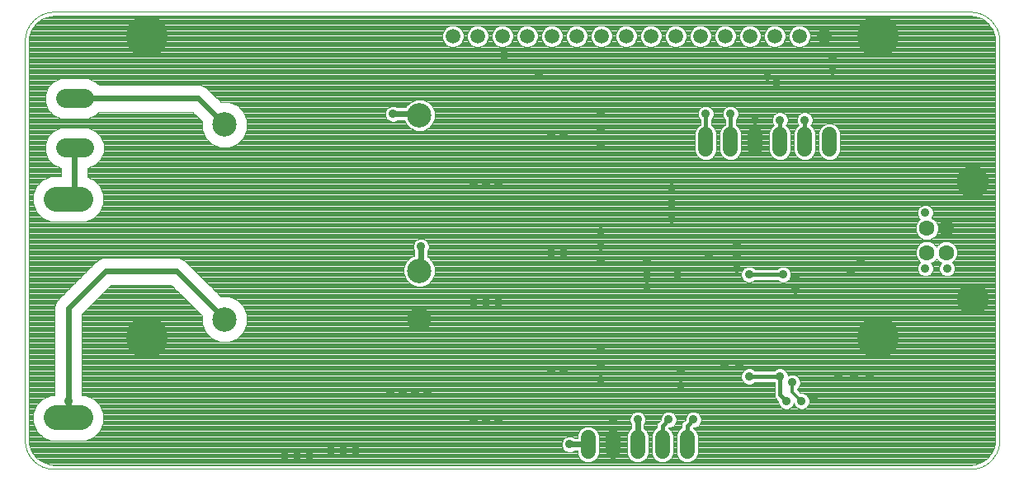
<source format=gbl>
G75*
%MOIN*%
%OFA0B0*%
%FSLAX25Y25*%
%IPPOS*%
%LPD*%
%AMOC8*
5,1,8,0,0,1.08239X$1,22.5*
%
%ADD10C,0.00394*%
%ADD11C,0.06299*%
%ADD12C,0.13055*%
%ADD13C,0.05906*%
%ADD14C,0.05906*%
%ADD15C,0.16992*%
%ADD16C,0.09843*%
%ADD17C,0.07677*%
%ADD18C,0.10000*%
%ADD19C,0.03562*%
%ADD20C,0.01600*%
%ADD21C,0.01200*%
%ADD22C,0.02400*%
D10*
X0034249Y0022713D02*
X0404327Y0022713D01*
X0404327Y0024306D02*
X0034249Y0024306D01*
X0032650Y0024432D01*
X0029610Y0025420D01*
X0027024Y0027299D01*
X0025145Y0029885D01*
X0024157Y0032925D01*
X0024031Y0034524D01*
X0024031Y0195941D01*
X0024157Y0197539D01*
X0025145Y0200580D01*
X0027024Y0203166D01*
X0029610Y0205045D01*
X0032650Y0206032D01*
X0034249Y0206158D01*
X0404327Y0206158D01*
X0405926Y0206032D01*
X0408966Y0205045D01*
X0411552Y0203166D01*
X0413431Y0200580D01*
X0414419Y0197539D01*
X0414545Y0195941D01*
X0414545Y0034524D01*
X0414419Y0032925D01*
X0413431Y0029885D01*
X0411552Y0027299D01*
X0408966Y0025420D01*
X0405926Y0024432D01*
X0404327Y0024306D01*
X0406669Y0024674D02*
X0031907Y0024674D01*
X0030700Y0025066D02*
X0407876Y0025066D01*
X0409019Y0025458D02*
X0290918Y0025458D01*
X0290803Y0025410D02*
X0292402Y0026072D01*
X0293625Y0027296D01*
X0294287Y0028895D01*
X0294287Y0036531D01*
X0293625Y0038129D01*
X0292402Y0039353D01*
X0292248Y0039416D01*
X0292367Y0039535D01*
X0293070Y0039535D01*
X0294238Y0040018D01*
X0295132Y0040912D01*
X0295616Y0042080D01*
X0295616Y0043345D01*
X0295132Y0044513D01*
X0294238Y0045407D01*
X0293070Y0045891D01*
X0291806Y0045891D01*
X0290637Y0045407D01*
X0289744Y0044513D01*
X0289260Y0043345D01*
X0289260Y0042641D01*
X0289028Y0042409D01*
X0287741Y0041123D01*
X0287741Y0039463D01*
X0287474Y0039353D01*
X0286250Y0038129D01*
X0285588Y0036531D01*
X0285588Y0028895D01*
X0286250Y0027296D01*
X0287474Y0026072D01*
X0289072Y0025410D01*
X0290803Y0025410D01*
X0291865Y0025850D02*
X0409558Y0025850D01*
X0410098Y0026243D02*
X0292572Y0026243D01*
X0292964Y0026635D02*
X0410638Y0026635D01*
X0411178Y0027027D02*
X0293356Y0027027D01*
X0293676Y0027419D02*
X0411640Y0027419D01*
X0411924Y0027811D02*
X0293839Y0027811D01*
X0294001Y0028204D02*
X0412209Y0028204D01*
X0412494Y0028596D02*
X0294163Y0028596D01*
X0294287Y0028988D02*
X0412779Y0028988D01*
X0413064Y0029380D02*
X0294287Y0029380D01*
X0294287Y0029772D02*
X0413349Y0029772D01*
X0413522Y0030165D02*
X0294287Y0030165D01*
X0294287Y0030557D02*
X0413649Y0030557D01*
X0413777Y0030949D02*
X0294287Y0030949D01*
X0294287Y0031341D02*
X0413904Y0031341D01*
X0414032Y0031733D02*
X0294287Y0031733D01*
X0294287Y0032126D02*
X0414159Y0032126D01*
X0414287Y0032518D02*
X0294287Y0032518D01*
X0294287Y0032910D02*
X0414414Y0032910D01*
X0414449Y0033302D02*
X0294287Y0033302D01*
X0294287Y0033695D02*
X0414480Y0033695D01*
X0414510Y0034087D02*
X0294287Y0034087D01*
X0294287Y0034479D02*
X0414541Y0034479D01*
X0414545Y0034871D02*
X0294287Y0034871D01*
X0294287Y0035263D02*
X0414545Y0035263D01*
X0414545Y0035656D02*
X0294287Y0035656D01*
X0294287Y0036048D02*
X0414545Y0036048D01*
X0414545Y0036440D02*
X0294287Y0036440D01*
X0294162Y0036832D02*
X0414545Y0036832D01*
X0414545Y0037224D02*
X0294000Y0037224D01*
X0293837Y0037617D02*
X0414545Y0037617D01*
X0414545Y0038009D02*
X0293675Y0038009D01*
X0293353Y0038401D02*
X0414545Y0038401D01*
X0414545Y0038793D02*
X0292961Y0038793D01*
X0292569Y0039186D02*
X0414545Y0039186D01*
X0414545Y0039578D02*
X0293174Y0039578D01*
X0294121Y0039970D02*
X0414545Y0039970D01*
X0414545Y0040362D02*
X0294582Y0040362D01*
X0294974Y0040754D02*
X0414545Y0040754D01*
X0414545Y0041147D02*
X0295229Y0041147D01*
X0295391Y0041539D02*
X0414545Y0041539D01*
X0414545Y0041931D02*
X0295554Y0041931D01*
X0295616Y0042323D02*
X0414545Y0042323D01*
X0414545Y0042715D02*
X0295616Y0042715D01*
X0295616Y0043108D02*
X0414545Y0043108D01*
X0414545Y0043500D02*
X0295551Y0043500D01*
X0295389Y0043892D02*
X0414545Y0043892D01*
X0414545Y0044284D02*
X0295226Y0044284D01*
X0294968Y0044676D02*
X0414545Y0044676D01*
X0414545Y0045069D02*
X0294576Y0045069D01*
X0294107Y0045461D02*
X0414545Y0045461D01*
X0414545Y0045853D02*
X0293160Y0045853D01*
X0291715Y0045853D02*
X0283160Y0045853D01*
X0283070Y0045891D02*
X0281806Y0045891D01*
X0280637Y0045407D01*
X0279744Y0044513D01*
X0279260Y0043345D01*
X0279260Y0042641D01*
X0277741Y0041123D01*
X0277741Y0039463D01*
X0277474Y0039353D01*
X0276250Y0038129D01*
X0275588Y0036531D01*
X0275588Y0028895D01*
X0276250Y0027296D01*
X0277474Y0026072D01*
X0279072Y0025410D01*
X0280803Y0025410D01*
X0282402Y0026072D01*
X0283625Y0027296D01*
X0284287Y0028895D01*
X0284287Y0036531D01*
X0283625Y0038129D01*
X0282402Y0039353D01*
X0282248Y0039416D01*
X0282367Y0039535D01*
X0283070Y0039535D01*
X0284238Y0040018D01*
X0285132Y0040912D01*
X0285616Y0042080D01*
X0285616Y0043345D01*
X0285132Y0044513D01*
X0284238Y0045407D01*
X0283070Y0045891D01*
X0284107Y0045461D02*
X0290768Y0045461D01*
X0290299Y0045069D02*
X0284576Y0045069D01*
X0284968Y0044676D02*
X0289907Y0044676D01*
X0289649Y0044284D02*
X0285226Y0044284D01*
X0285389Y0043892D02*
X0289486Y0043892D01*
X0289324Y0043500D02*
X0285551Y0043500D01*
X0285616Y0043108D02*
X0289260Y0043108D01*
X0289260Y0042715D02*
X0285616Y0042715D01*
X0285616Y0042323D02*
X0288941Y0042323D01*
X0288549Y0041931D02*
X0285554Y0041931D01*
X0285391Y0041539D02*
X0288157Y0041539D01*
X0287765Y0041147D02*
X0285229Y0041147D01*
X0284974Y0040754D02*
X0287741Y0040754D01*
X0287741Y0040362D02*
X0284582Y0040362D01*
X0284121Y0039970D02*
X0287741Y0039970D01*
X0287741Y0039578D02*
X0283174Y0039578D01*
X0282569Y0039186D02*
X0287307Y0039186D01*
X0286914Y0038793D02*
X0282961Y0038793D01*
X0283353Y0038401D02*
X0286522Y0038401D01*
X0286200Y0038009D02*
X0283675Y0038009D01*
X0283837Y0037617D02*
X0286038Y0037617D01*
X0285875Y0037224D02*
X0284000Y0037224D01*
X0284162Y0036832D02*
X0285713Y0036832D01*
X0285588Y0036440D02*
X0284287Y0036440D01*
X0284287Y0036048D02*
X0285588Y0036048D01*
X0285588Y0035656D02*
X0284287Y0035656D01*
X0284287Y0035263D02*
X0285588Y0035263D01*
X0285588Y0034871D02*
X0284287Y0034871D01*
X0284287Y0034479D02*
X0285588Y0034479D01*
X0285588Y0034087D02*
X0284287Y0034087D01*
X0284287Y0033695D02*
X0285588Y0033695D01*
X0285588Y0033302D02*
X0284287Y0033302D01*
X0284287Y0032910D02*
X0285588Y0032910D01*
X0285588Y0032518D02*
X0284287Y0032518D01*
X0284287Y0032126D02*
X0285588Y0032126D01*
X0285588Y0031733D02*
X0284287Y0031733D01*
X0284287Y0031341D02*
X0285588Y0031341D01*
X0285588Y0030949D02*
X0284287Y0030949D01*
X0284287Y0030557D02*
X0285588Y0030557D01*
X0285588Y0030165D02*
X0284287Y0030165D01*
X0284287Y0029772D02*
X0285588Y0029772D01*
X0285588Y0029380D02*
X0284287Y0029380D01*
X0284287Y0028988D02*
X0285588Y0028988D01*
X0285712Y0028596D02*
X0284163Y0028596D01*
X0284001Y0028204D02*
X0285874Y0028204D01*
X0286037Y0027811D02*
X0283839Y0027811D01*
X0283676Y0027419D02*
X0286199Y0027419D01*
X0286519Y0027027D02*
X0283356Y0027027D01*
X0282964Y0026635D02*
X0286912Y0026635D01*
X0287304Y0026243D02*
X0282572Y0026243D01*
X0281865Y0025850D02*
X0288010Y0025850D01*
X0288957Y0025458D02*
X0280918Y0025458D01*
X0278957Y0025458D02*
X0270918Y0025458D01*
X0270803Y0025410D02*
X0272402Y0026072D01*
X0273625Y0027296D01*
X0274287Y0028895D01*
X0274287Y0036531D01*
X0273625Y0038129D01*
X0272534Y0039220D01*
X0272534Y0040815D01*
X0272632Y0040912D01*
X0273116Y0042080D01*
X0273116Y0043345D01*
X0272632Y0044513D01*
X0271738Y0045407D01*
X0270570Y0045891D01*
X0269306Y0045891D01*
X0268137Y0045407D01*
X0267244Y0044513D01*
X0266760Y0043345D01*
X0266760Y0042080D01*
X0267244Y0040912D01*
X0267341Y0040815D01*
X0267341Y0039220D01*
X0266250Y0038129D01*
X0265588Y0036531D01*
X0265588Y0028895D01*
X0266250Y0027296D01*
X0267474Y0026072D01*
X0269072Y0025410D01*
X0270803Y0025410D01*
X0271865Y0025850D02*
X0278010Y0025850D01*
X0277304Y0026243D02*
X0272572Y0026243D01*
X0272964Y0026635D02*
X0276912Y0026635D01*
X0276519Y0027027D02*
X0273356Y0027027D01*
X0273676Y0027419D02*
X0276199Y0027419D01*
X0276037Y0027811D02*
X0273839Y0027811D01*
X0274001Y0028204D02*
X0275874Y0028204D01*
X0275712Y0028596D02*
X0274163Y0028596D01*
X0274287Y0028988D02*
X0275588Y0028988D01*
X0275588Y0029380D02*
X0274287Y0029380D01*
X0274287Y0029772D02*
X0275588Y0029772D01*
X0275588Y0030165D02*
X0274287Y0030165D01*
X0274287Y0030557D02*
X0275588Y0030557D01*
X0275588Y0030949D02*
X0274287Y0030949D01*
X0274287Y0031341D02*
X0275588Y0031341D01*
X0275588Y0031733D02*
X0274287Y0031733D01*
X0274287Y0032126D02*
X0275588Y0032126D01*
X0275588Y0032518D02*
X0274287Y0032518D01*
X0274287Y0032910D02*
X0275588Y0032910D01*
X0275588Y0033302D02*
X0274287Y0033302D01*
X0274287Y0033695D02*
X0275588Y0033695D01*
X0275588Y0034087D02*
X0274287Y0034087D01*
X0274287Y0034479D02*
X0275588Y0034479D01*
X0275588Y0034871D02*
X0274287Y0034871D01*
X0274287Y0035263D02*
X0275588Y0035263D01*
X0275588Y0035656D02*
X0274287Y0035656D01*
X0274287Y0036048D02*
X0275588Y0036048D01*
X0275588Y0036440D02*
X0274287Y0036440D01*
X0274162Y0036832D02*
X0275713Y0036832D01*
X0275875Y0037224D02*
X0274000Y0037224D01*
X0273837Y0037617D02*
X0276038Y0037617D01*
X0276200Y0038009D02*
X0273675Y0038009D01*
X0273353Y0038401D02*
X0276522Y0038401D01*
X0276914Y0038793D02*
X0272961Y0038793D01*
X0272569Y0039186D02*
X0277307Y0039186D01*
X0277741Y0039578D02*
X0272534Y0039578D01*
X0272534Y0039970D02*
X0277741Y0039970D01*
X0277741Y0040362D02*
X0272534Y0040362D01*
X0272534Y0040754D02*
X0277741Y0040754D01*
X0277765Y0041147D02*
X0272729Y0041147D01*
X0272891Y0041539D02*
X0278157Y0041539D01*
X0278549Y0041931D02*
X0273054Y0041931D01*
X0273116Y0042323D02*
X0278941Y0042323D01*
X0279260Y0042715D02*
X0273116Y0042715D01*
X0273116Y0043108D02*
X0279260Y0043108D01*
X0279324Y0043500D02*
X0273051Y0043500D01*
X0272889Y0043892D02*
X0279486Y0043892D01*
X0279649Y0044284D02*
X0272726Y0044284D01*
X0272468Y0044676D02*
X0279907Y0044676D01*
X0280299Y0045069D02*
X0272076Y0045069D01*
X0271607Y0045461D02*
X0280768Y0045461D01*
X0281715Y0045853D02*
X0270660Y0045853D01*
X0269215Y0045853D02*
X0053881Y0045853D01*
X0053719Y0046245D02*
X0414545Y0046245D01*
X0414545Y0046638D02*
X0053556Y0046638D01*
X0053394Y0047030D02*
X0414545Y0047030D01*
X0414545Y0047422D02*
X0337755Y0047422D01*
X0337988Y0047518D02*
X0338882Y0048412D01*
X0339366Y0049580D01*
X0339366Y0050845D01*
X0338882Y0052013D01*
X0337988Y0052907D01*
X0336820Y0053391D01*
X0335834Y0053391D01*
X0334434Y0054790D01*
X0334434Y0055215D01*
X0335132Y0055912D01*
X0335616Y0057080D01*
X0335616Y0058345D01*
X0335132Y0059513D01*
X0334238Y0060407D01*
X0333070Y0060891D01*
X0331806Y0060891D01*
X0330637Y0060407D01*
X0330616Y0060385D01*
X0330616Y0060845D01*
X0330132Y0062013D01*
X0329238Y0062907D01*
X0328070Y0063391D01*
X0326806Y0063391D01*
X0325637Y0062907D01*
X0325140Y0062409D01*
X0317235Y0062409D01*
X0316738Y0062907D01*
X0315570Y0063391D01*
X0314306Y0063391D01*
X0313137Y0062907D01*
X0312244Y0062013D01*
X0311760Y0060845D01*
X0311760Y0059580D01*
X0312244Y0058412D01*
X0313137Y0057518D01*
X0314306Y0057035D01*
X0315570Y0057035D01*
X0316738Y0057518D01*
X0317235Y0058016D01*
X0325140Y0058016D01*
X0325241Y0057915D01*
X0325241Y0051803D01*
X0326528Y0050516D01*
X0326760Y0050284D01*
X0326760Y0049580D01*
X0327244Y0048412D01*
X0328137Y0047518D01*
X0329306Y0047035D01*
X0330570Y0047035D01*
X0331738Y0047518D01*
X0332632Y0048412D01*
X0333063Y0049453D01*
X0333494Y0048412D01*
X0334387Y0047518D01*
X0335556Y0047035D01*
X0336820Y0047035D01*
X0337988Y0047518D01*
X0338284Y0047814D02*
X0414545Y0047814D01*
X0414545Y0048206D02*
X0338676Y0048206D01*
X0338959Y0048599D02*
X0414545Y0048599D01*
X0414545Y0048991D02*
X0339121Y0048991D01*
X0339284Y0049383D02*
X0414545Y0049383D01*
X0414545Y0049775D02*
X0339366Y0049775D01*
X0339366Y0050167D02*
X0414545Y0050167D01*
X0414545Y0050560D02*
X0339366Y0050560D01*
X0339321Y0050952D02*
X0414545Y0050952D01*
X0414545Y0051344D02*
X0339159Y0051344D01*
X0338996Y0051736D02*
X0414545Y0051736D01*
X0414545Y0052129D02*
X0338766Y0052129D01*
X0338374Y0052521D02*
X0414545Y0052521D01*
X0414545Y0052913D02*
X0337973Y0052913D01*
X0337026Y0053305D02*
X0414545Y0053305D01*
X0414545Y0053697D02*
X0335527Y0053697D01*
X0335135Y0054090D02*
X0414545Y0054090D01*
X0414545Y0054482D02*
X0334742Y0054482D01*
X0334434Y0054874D02*
X0414545Y0054874D01*
X0414545Y0055266D02*
X0334486Y0055266D01*
X0334878Y0055658D02*
X0414545Y0055658D01*
X0414545Y0056051D02*
X0335189Y0056051D01*
X0335351Y0056443D02*
X0414545Y0056443D01*
X0414545Y0056835D02*
X0335514Y0056835D01*
X0335616Y0057227D02*
X0414545Y0057227D01*
X0414545Y0057619D02*
X0335616Y0057619D01*
X0335616Y0058012D02*
X0414545Y0058012D01*
X0414545Y0058404D02*
X0335591Y0058404D01*
X0335429Y0058796D02*
X0414545Y0058796D01*
X0414545Y0059188D02*
X0335266Y0059188D01*
X0335064Y0059581D02*
X0414545Y0059581D01*
X0414545Y0059973D02*
X0334672Y0059973D01*
X0334280Y0060365D02*
X0414545Y0060365D01*
X0414545Y0060757D02*
X0333392Y0060757D01*
X0331484Y0060757D02*
X0330616Y0060757D01*
X0330489Y0061149D02*
X0414545Y0061149D01*
X0414545Y0061542D02*
X0330327Y0061542D01*
X0330164Y0061934D02*
X0414545Y0061934D01*
X0414545Y0062326D02*
X0329819Y0062326D01*
X0329426Y0062718D02*
X0414545Y0062718D01*
X0414545Y0063110D02*
X0328746Y0063110D01*
X0326129Y0063110D02*
X0316246Y0063110D01*
X0316926Y0062718D02*
X0325449Y0062718D01*
X0325144Y0058012D02*
X0317231Y0058012D01*
X0316839Y0057619D02*
X0325241Y0057619D01*
X0325241Y0057227D02*
X0316035Y0057227D01*
X0313840Y0057227D02*
X0045334Y0057227D01*
X0045334Y0056835D02*
X0325241Y0056835D01*
X0325241Y0056443D02*
X0045334Y0056443D01*
X0045334Y0056051D02*
X0325241Y0056051D01*
X0325241Y0055658D02*
X0045334Y0055658D01*
X0045334Y0055266D02*
X0325241Y0055266D01*
X0325241Y0054874D02*
X0045334Y0054874D01*
X0045334Y0054482D02*
X0325241Y0054482D01*
X0325241Y0054090D02*
X0045334Y0054090D01*
X0045334Y0053697D02*
X0325241Y0053697D01*
X0325241Y0053305D02*
X0045334Y0053305D01*
X0045334Y0052913D02*
X0325241Y0052913D01*
X0325241Y0052521D02*
X0046981Y0052521D01*
X0046767Y0052609D02*
X0050147Y0051209D01*
X0052734Y0048622D01*
X0054134Y0045242D01*
X0054134Y0041583D01*
X0052734Y0038203D01*
X0050147Y0035616D01*
X0046767Y0034216D01*
X0033108Y0034216D01*
X0029728Y0035616D01*
X0027141Y0038203D01*
X0025741Y0041583D01*
X0025741Y0045242D01*
X0027141Y0048622D01*
X0029728Y0051209D01*
X0033108Y0052609D01*
X0034460Y0052609D01*
X0034541Y0052805D01*
X0034541Y0088786D01*
X0035362Y0090770D01*
X0050362Y0105770D01*
X0051881Y0107288D01*
X0053864Y0108109D01*
X0084761Y0108109D01*
X0086745Y0107288D01*
X0101572Y0092461D01*
X0104881Y0092461D01*
X0108233Y0091072D01*
X0110798Y0088508D01*
X0112186Y0085156D01*
X0112186Y0081529D01*
X0110798Y0078178D01*
X0108233Y0075613D01*
X0104881Y0074224D01*
X0101254Y0074224D01*
X0097903Y0075613D01*
X0095338Y0078178D01*
X0093949Y0081529D01*
X0093949Y0084818D01*
X0081452Y0097316D01*
X0057173Y0097316D01*
X0045334Y0085477D01*
X0045334Y0052805D01*
X0045415Y0052609D01*
X0046767Y0052609D01*
X0047928Y0052129D02*
X0325241Y0052129D01*
X0325307Y0051736D02*
X0048875Y0051736D01*
X0049822Y0051344D02*
X0325699Y0051344D01*
X0326092Y0050952D02*
X0050405Y0050952D01*
X0050797Y0050560D02*
X0326484Y0050560D01*
X0326760Y0050167D02*
X0051189Y0050167D01*
X0051581Y0049775D02*
X0326760Y0049775D01*
X0326841Y0049383D02*
X0051974Y0049383D01*
X0052366Y0048991D02*
X0327004Y0048991D01*
X0327166Y0048599D02*
X0052744Y0048599D01*
X0052907Y0048206D02*
X0327450Y0048206D01*
X0327842Y0047814D02*
X0053069Y0047814D01*
X0053232Y0047422D02*
X0328370Y0047422D01*
X0331505Y0047422D02*
X0334620Y0047422D01*
X0334092Y0047814D02*
X0332034Y0047814D01*
X0332426Y0048206D02*
X0333700Y0048206D01*
X0333416Y0048599D02*
X0332709Y0048599D01*
X0332871Y0048991D02*
X0333254Y0048991D01*
X0333091Y0049383D02*
X0333034Y0049383D01*
X0313036Y0057619D02*
X0045334Y0057619D01*
X0045334Y0058012D02*
X0312644Y0058012D01*
X0312252Y0058404D02*
X0045334Y0058404D01*
X0045334Y0058796D02*
X0312085Y0058796D01*
X0311922Y0059188D02*
X0045334Y0059188D01*
X0045334Y0059581D02*
X0311760Y0059581D01*
X0311760Y0059973D02*
X0045334Y0059973D01*
X0045334Y0060365D02*
X0311760Y0060365D01*
X0311760Y0060757D02*
X0045334Y0060757D01*
X0045334Y0061149D02*
X0311886Y0061149D01*
X0312048Y0061542D02*
X0045334Y0061542D01*
X0045334Y0061934D02*
X0312211Y0061934D01*
X0312557Y0062326D02*
X0045334Y0062326D01*
X0045334Y0062718D02*
X0312949Y0062718D01*
X0313629Y0063110D02*
X0045334Y0063110D01*
X0045334Y0063503D02*
X0414545Y0063503D01*
X0414545Y0063895D02*
X0045334Y0063895D01*
X0045334Y0064287D02*
X0414545Y0064287D01*
X0414545Y0064679D02*
X0045334Y0064679D01*
X0045334Y0065072D02*
X0414545Y0065072D01*
X0414545Y0065464D02*
X0045334Y0065464D01*
X0045334Y0065856D02*
X0414545Y0065856D01*
X0414545Y0066248D02*
X0045334Y0066248D01*
X0045334Y0066640D02*
X0414545Y0066640D01*
X0414545Y0067033D02*
X0045334Y0067033D01*
X0045334Y0067425D02*
X0414545Y0067425D01*
X0414545Y0067817D02*
X0045334Y0067817D01*
X0045334Y0068209D02*
X0414545Y0068209D01*
X0414545Y0068601D02*
X0045334Y0068601D01*
X0045334Y0068994D02*
X0414545Y0068994D01*
X0414545Y0069386D02*
X0045334Y0069386D01*
X0045334Y0069778D02*
X0414545Y0069778D01*
X0414545Y0070170D02*
X0045334Y0070170D01*
X0045334Y0070562D02*
X0414545Y0070562D01*
X0414545Y0070955D02*
X0045334Y0070955D01*
X0045334Y0071347D02*
X0414545Y0071347D01*
X0414545Y0071739D02*
X0045334Y0071739D01*
X0045334Y0072131D02*
X0414545Y0072131D01*
X0414545Y0072524D02*
X0045334Y0072524D01*
X0045334Y0072916D02*
X0414545Y0072916D01*
X0414545Y0073308D02*
X0045334Y0073308D01*
X0045334Y0073700D02*
X0414545Y0073700D01*
X0414545Y0074092D02*
X0045334Y0074092D01*
X0045334Y0074485D02*
X0100626Y0074485D01*
X0099679Y0074877D02*
X0045334Y0074877D01*
X0045334Y0075269D02*
X0098732Y0075269D01*
X0097854Y0075661D02*
X0045334Y0075661D01*
X0045334Y0076053D02*
X0097462Y0076053D01*
X0097069Y0076446D02*
X0045334Y0076446D01*
X0045334Y0076838D02*
X0096677Y0076838D01*
X0096285Y0077230D02*
X0045334Y0077230D01*
X0045334Y0077622D02*
X0095893Y0077622D01*
X0095501Y0078015D02*
X0045334Y0078015D01*
X0045334Y0078407D02*
X0095243Y0078407D01*
X0095080Y0078799D02*
X0045334Y0078799D01*
X0045334Y0079191D02*
X0094918Y0079191D01*
X0094755Y0079583D02*
X0045334Y0079583D01*
X0045334Y0079976D02*
X0094593Y0079976D01*
X0094430Y0080368D02*
X0045334Y0080368D01*
X0045334Y0080760D02*
X0094268Y0080760D01*
X0094105Y0081152D02*
X0045334Y0081152D01*
X0045334Y0081544D02*
X0093949Y0081544D01*
X0093949Y0081937D02*
X0045334Y0081937D01*
X0045334Y0082329D02*
X0093949Y0082329D01*
X0093949Y0082721D02*
X0045334Y0082721D01*
X0045334Y0083113D02*
X0093949Y0083113D01*
X0093949Y0083505D02*
X0045334Y0083505D01*
X0045334Y0083898D02*
X0093949Y0083898D01*
X0093949Y0084290D02*
X0045334Y0084290D01*
X0045334Y0084682D02*
X0093949Y0084682D01*
X0093694Y0085074D02*
X0045334Y0085074D01*
X0045334Y0085467D02*
X0093301Y0085467D01*
X0092909Y0085859D02*
X0045716Y0085859D01*
X0046108Y0086251D02*
X0092517Y0086251D01*
X0092125Y0086643D02*
X0046501Y0086643D01*
X0046893Y0087035D02*
X0091733Y0087035D01*
X0091340Y0087428D02*
X0047285Y0087428D01*
X0047677Y0087820D02*
X0090948Y0087820D01*
X0090556Y0088212D02*
X0048069Y0088212D01*
X0048462Y0088604D02*
X0090164Y0088604D01*
X0089772Y0088996D02*
X0048854Y0088996D01*
X0049246Y0089389D02*
X0089379Y0089389D01*
X0088987Y0089781D02*
X0049638Y0089781D01*
X0050030Y0090173D02*
X0088595Y0090173D01*
X0088203Y0090565D02*
X0050423Y0090565D01*
X0050815Y0090958D02*
X0087810Y0090958D01*
X0087418Y0091350D02*
X0051207Y0091350D01*
X0051599Y0091742D02*
X0087026Y0091742D01*
X0086634Y0092134D02*
X0051991Y0092134D01*
X0052384Y0092526D02*
X0086242Y0092526D01*
X0085849Y0092919D02*
X0052776Y0092919D01*
X0053168Y0093311D02*
X0085457Y0093311D01*
X0085065Y0093703D02*
X0053560Y0093703D01*
X0053953Y0094095D02*
X0084673Y0094095D01*
X0084281Y0094487D02*
X0054345Y0094487D01*
X0054737Y0094880D02*
X0083888Y0094880D01*
X0083496Y0095272D02*
X0055129Y0095272D01*
X0055521Y0095664D02*
X0083104Y0095664D01*
X0082712Y0096056D02*
X0055914Y0096056D01*
X0056306Y0096448D02*
X0082319Y0096448D01*
X0081927Y0096841D02*
X0056698Y0096841D01*
X0057090Y0097233D02*
X0081535Y0097233D01*
X0091701Y0102332D02*
X0175490Y0102332D01*
X0175490Y0102724D02*
X0091309Y0102724D01*
X0090916Y0103116D02*
X0175490Y0103116D01*
X0175490Y0103508D02*
X0090524Y0103508D01*
X0090132Y0103901D02*
X0175490Y0103901D01*
X0175490Y0104284D02*
X0175490Y0101771D01*
X0176452Y0099449D01*
X0178229Y0097671D01*
X0180551Y0096709D01*
X0183064Y0096709D01*
X0185387Y0097671D01*
X0187164Y0099449D01*
X0188126Y0101771D01*
X0188126Y0104284D01*
X0187164Y0106606D01*
X0185387Y0108384D01*
X0185034Y0108530D01*
X0185034Y0110815D01*
X0185132Y0110912D01*
X0185616Y0112080D01*
X0185616Y0113345D01*
X0185132Y0114513D01*
X0184238Y0115407D01*
X0183070Y0115891D01*
X0181806Y0115891D01*
X0180637Y0115407D01*
X0179744Y0114513D01*
X0179260Y0113345D01*
X0179260Y0112080D01*
X0179744Y0110912D01*
X0179841Y0110815D01*
X0179841Y0109051D01*
X0178229Y0108384D01*
X0176452Y0106606D01*
X0175490Y0104284D01*
X0175493Y0104293D02*
X0089740Y0104293D01*
X0089348Y0104685D02*
X0175656Y0104685D01*
X0175818Y0105077D02*
X0088955Y0105077D01*
X0088563Y0105469D02*
X0175980Y0105469D01*
X0176143Y0105862D02*
X0088171Y0105862D01*
X0087779Y0106254D02*
X0176305Y0106254D01*
X0176491Y0106646D02*
X0087387Y0106646D01*
X0086994Y0107038D02*
X0176883Y0107038D01*
X0177275Y0107430D02*
X0086400Y0107430D01*
X0085454Y0107823D02*
X0177668Y0107823D01*
X0178060Y0108215D02*
X0024031Y0108215D01*
X0024031Y0108607D02*
X0178768Y0108607D01*
X0179715Y0108999D02*
X0024031Y0108999D01*
X0024031Y0109391D02*
X0179841Y0109391D01*
X0179841Y0109784D02*
X0024031Y0109784D01*
X0024031Y0110176D02*
X0179841Y0110176D01*
X0179841Y0110568D02*
X0024031Y0110568D01*
X0024031Y0110960D02*
X0179724Y0110960D01*
X0179561Y0111353D02*
X0024031Y0111353D01*
X0024031Y0111745D02*
X0179399Y0111745D01*
X0179260Y0112137D02*
X0024031Y0112137D01*
X0024031Y0112529D02*
X0179260Y0112529D01*
X0179260Y0112921D02*
X0024031Y0112921D01*
X0024031Y0113314D02*
X0179260Y0113314D01*
X0179409Y0113706D02*
X0024031Y0113706D01*
X0024031Y0114098D02*
X0179572Y0114098D01*
X0179734Y0114490D02*
X0024031Y0114490D01*
X0024031Y0114882D02*
X0180113Y0114882D01*
X0180505Y0115275D02*
X0024031Y0115275D01*
X0024031Y0115667D02*
X0181266Y0115667D01*
X0183610Y0115667D02*
X0385720Y0115667D01*
X0385864Y0115607D02*
X0387673Y0115607D01*
X0389344Y0116299D01*
X0390623Y0117578D01*
X0391315Y0119249D01*
X0391315Y0121058D01*
X0390623Y0122729D01*
X0389344Y0124008D01*
X0388554Y0124335D01*
X0388882Y0124662D01*
X0389366Y0125830D01*
X0389366Y0127095D01*
X0388882Y0128263D01*
X0387988Y0129157D01*
X0386820Y0129641D01*
X0385556Y0129641D01*
X0384387Y0129157D01*
X0383494Y0128263D01*
X0383010Y0127095D01*
X0383010Y0125830D01*
X0383494Y0124662D01*
X0384171Y0123985D01*
X0382914Y0122729D01*
X0382222Y0121058D01*
X0382222Y0119249D01*
X0382914Y0117578D01*
X0384193Y0116299D01*
X0385864Y0115607D01*
X0385864Y0114857D02*
X0384193Y0114165D01*
X0382914Y0112886D01*
X0382222Y0111215D01*
X0382222Y0109407D01*
X0382914Y0107736D01*
X0384190Y0106459D01*
X0383494Y0105763D01*
X0383010Y0104595D01*
X0383010Y0103330D01*
X0383494Y0102162D01*
X0384387Y0101268D01*
X0385556Y0100785D01*
X0386820Y0100785D01*
X0387988Y0101268D01*
X0388882Y0102162D01*
X0389366Y0103330D01*
X0389366Y0104595D01*
X0388882Y0105763D01*
X0388526Y0106118D01*
X0389344Y0106457D01*
X0390623Y0107736D01*
X0390705Y0107935D01*
X0390788Y0107736D01*
X0392067Y0106457D01*
X0392683Y0106202D01*
X0392244Y0105763D01*
X0391760Y0104595D01*
X0391760Y0103330D01*
X0392244Y0102162D01*
X0393137Y0101268D01*
X0394306Y0100785D01*
X0395570Y0100785D01*
X0396738Y0101268D01*
X0397632Y0102162D01*
X0398116Y0103330D01*
X0398116Y0104595D01*
X0397632Y0105763D01*
X0397020Y0106375D01*
X0397218Y0106457D01*
X0398497Y0107736D01*
X0399189Y0109407D01*
X0399189Y0111215D01*
X0398497Y0112886D01*
X0397218Y0114165D01*
X0395547Y0114857D01*
X0393738Y0114857D01*
X0392067Y0114165D01*
X0390788Y0112886D01*
X0390705Y0112687D01*
X0390623Y0112886D01*
X0389344Y0114165D01*
X0387673Y0114857D01*
X0385864Y0114857D01*
X0384977Y0114490D02*
X0185141Y0114490D01*
X0185304Y0114098D02*
X0384126Y0114098D01*
X0383733Y0113706D02*
X0185466Y0113706D01*
X0185616Y0113314D02*
X0383341Y0113314D01*
X0382949Y0112921D02*
X0185616Y0112921D01*
X0185616Y0112529D02*
X0382766Y0112529D01*
X0382604Y0112137D02*
X0185616Y0112137D01*
X0185477Y0111745D02*
X0382441Y0111745D01*
X0382279Y0111353D02*
X0185314Y0111353D01*
X0185152Y0110960D02*
X0382222Y0110960D01*
X0382222Y0110568D02*
X0185034Y0110568D01*
X0185034Y0110176D02*
X0382222Y0110176D01*
X0382222Y0109784D02*
X0185034Y0109784D01*
X0185034Y0109391D02*
X0382228Y0109391D01*
X0382391Y0108999D02*
X0185034Y0108999D01*
X0185034Y0108607D02*
X0382553Y0108607D01*
X0382716Y0108215D02*
X0185556Y0108215D01*
X0185948Y0107823D02*
X0382878Y0107823D01*
X0383219Y0107430D02*
X0186340Y0107430D01*
X0186732Y0107038D02*
X0383612Y0107038D01*
X0384004Y0106646D02*
X0187124Y0106646D01*
X0187310Y0106254D02*
X0383985Y0106254D01*
X0383592Y0105862D02*
X0187473Y0105862D01*
X0187635Y0105469D02*
X0383372Y0105469D01*
X0383210Y0105077D02*
X0187797Y0105077D01*
X0187960Y0104685D02*
X0383047Y0104685D01*
X0383010Y0104293D02*
X0330160Y0104293D01*
X0330488Y0104157D02*
X0329320Y0104641D01*
X0328056Y0104641D01*
X0326887Y0104157D01*
X0326390Y0103659D01*
X0317235Y0103659D01*
X0316738Y0104157D01*
X0315570Y0104641D01*
X0314306Y0104641D01*
X0313137Y0104157D01*
X0312244Y0103263D01*
X0311760Y0102095D01*
X0311760Y0100830D01*
X0312244Y0099662D01*
X0313137Y0098768D01*
X0314306Y0098285D01*
X0315570Y0098285D01*
X0316738Y0098768D01*
X0317235Y0099266D01*
X0326390Y0099266D01*
X0326887Y0098768D01*
X0328056Y0098285D01*
X0329320Y0098285D01*
X0330488Y0098768D01*
X0331382Y0099662D01*
X0331866Y0100830D01*
X0331866Y0102095D01*
X0331382Y0103263D01*
X0330488Y0104157D01*
X0330744Y0103901D02*
X0383010Y0103901D01*
X0383010Y0103508D02*
X0331136Y0103508D01*
X0331443Y0103116D02*
X0383098Y0103116D01*
X0383261Y0102724D02*
X0331605Y0102724D01*
X0331767Y0102332D02*
X0383423Y0102332D01*
X0383716Y0101939D02*
X0331866Y0101939D01*
X0331866Y0101547D02*
X0384109Y0101547D01*
X0384661Y0101155D02*
X0331866Y0101155D01*
X0331838Y0100763D02*
X0414545Y0100763D01*
X0414545Y0101155D02*
X0396464Y0101155D01*
X0397017Y0101547D02*
X0414545Y0101547D01*
X0414545Y0101939D02*
X0397409Y0101939D01*
X0397702Y0102332D02*
X0414545Y0102332D01*
X0414545Y0102724D02*
X0397864Y0102724D01*
X0398027Y0103116D02*
X0414545Y0103116D01*
X0414545Y0103508D02*
X0398116Y0103508D01*
X0398116Y0103901D02*
X0414545Y0103901D01*
X0414545Y0104293D02*
X0398116Y0104293D01*
X0398078Y0104685D02*
X0414545Y0104685D01*
X0414545Y0105077D02*
X0397916Y0105077D01*
X0397753Y0105469D02*
X0414545Y0105469D01*
X0414545Y0105862D02*
X0397533Y0105862D01*
X0397141Y0106254D02*
X0414545Y0106254D01*
X0414545Y0106646D02*
X0397407Y0106646D01*
X0397799Y0107038D02*
X0414545Y0107038D01*
X0414545Y0107430D02*
X0398191Y0107430D01*
X0398533Y0107823D02*
X0414545Y0107823D01*
X0414545Y0108215D02*
X0398695Y0108215D01*
X0398858Y0108607D02*
X0414545Y0108607D01*
X0414545Y0108999D02*
X0399020Y0108999D01*
X0399183Y0109391D02*
X0414545Y0109391D01*
X0414545Y0109784D02*
X0399189Y0109784D01*
X0399189Y0110176D02*
X0414545Y0110176D01*
X0414545Y0110568D02*
X0399189Y0110568D01*
X0399189Y0110960D02*
X0414545Y0110960D01*
X0414545Y0111353D02*
X0399132Y0111353D01*
X0398970Y0111745D02*
X0414545Y0111745D01*
X0414545Y0112137D02*
X0398807Y0112137D01*
X0398645Y0112529D02*
X0414545Y0112529D01*
X0414545Y0112921D02*
X0398462Y0112921D01*
X0398069Y0113314D02*
X0414545Y0113314D01*
X0414545Y0113706D02*
X0397677Y0113706D01*
X0397285Y0114098D02*
X0414545Y0114098D01*
X0414545Y0114490D02*
X0396433Y0114490D01*
X0392851Y0114490D02*
X0388559Y0114490D01*
X0389411Y0114098D02*
X0392000Y0114098D01*
X0391608Y0113706D02*
X0389803Y0113706D01*
X0390195Y0113314D02*
X0391215Y0113314D01*
X0390823Y0112921D02*
X0390588Y0112921D01*
X0388764Y0116059D02*
X0414545Y0116059D01*
X0414545Y0115667D02*
X0387817Y0115667D01*
X0389496Y0116451D02*
X0414545Y0116451D01*
X0414545Y0116844D02*
X0389888Y0116844D01*
X0390280Y0117236D02*
X0414545Y0117236D01*
X0414545Y0117628D02*
X0390643Y0117628D01*
X0390806Y0118020D02*
X0414545Y0118020D01*
X0414545Y0118412D02*
X0390968Y0118412D01*
X0391131Y0118805D02*
X0414545Y0118805D01*
X0414545Y0119197D02*
X0391293Y0119197D01*
X0391315Y0119589D02*
X0414545Y0119589D01*
X0414545Y0119981D02*
X0391315Y0119981D01*
X0391315Y0120373D02*
X0414545Y0120373D01*
X0414545Y0120766D02*
X0391315Y0120766D01*
X0391273Y0121158D02*
X0414545Y0121158D01*
X0414545Y0121550D02*
X0391111Y0121550D01*
X0390948Y0121942D02*
X0414545Y0121942D01*
X0414545Y0122334D02*
X0390786Y0122334D01*
X0390624Y0122727D02*
X0414545Y0122727D01*
X0414545Y0123119D02*
X0390233Y0123119D01*
X0389840Y0123511D02*
X0414545Y0123511D01*
X0414545Y0123903D02*
X0389448Y0123903D01*
X0388649Y0124296D02*
X0414545Y0124296D01*
X0414545Y0124688D02*
X0388892Y0124688D01*
X0389055Y0125080D02*
X0414545Y0125080D01*
X0414545Y0125472D02*
X0389217Y0125472D01*
X0389366Y0125864D02*
X0414545Y0125864D01*
X0414545Y0126257D02*
X0389366Y0126257D01*
X0389366Y0126649D02*
X0414545Y0126649D01*
X0414545Y0127041D02*
X0389366Y0127041D01*
X0389225Y0127433D02*
X0414545Y0127433D01*
X0414545Y0127825D02*
X0389063Y0127825D01*
X0388900Y0128218D02*
X0414545Y0128218D01*
X0414545Y0128610D02*
X0388535Y0128610D01*
X0388142Y0129002D02*
X0414545Y0129002D01*
X0414545Y0129394D02*
X0387414Y0129394D01*
X0384961Y0129394D02*
X0053808Y0129394D01*
X0053645Y0129002D02*
X0384233Y0129002D01*
X0383841Y0128610D02*
X0053483Y0128610D01*
X0053320Y0128218D02*
X0383475Y0128218D01*
X0383312Y0127825D02*
X0053158Y0127825D01*
X0052995Y0127433D02*
X0383150Y0127433D01*
X0383010Y0127041D02*
X0052833Y0127041D01*
X0052734Y0126803D02*
X0054134Y0130183D01*
X0054134Y0133842D01*
X0052734Y0137222D01*
X0050147Y0139809D01*
X0047834Y0140767D01*
X0047834Y0144677D01*
X0047875Y0144677D01*
X0050828Y0145900D01*
X0053088Y0148161D01*
X0054312Y0151114D01*
X0054312Y0154311D01*
X0053088Y0157264D01*
X0050828Y0159525D01*
X0047875Y0160748D01*
X0037001Y0160748D01*
X0034047Y0159525D01*
X0031787Y0157264D01*
X0030564Y0154311D01*
X0030564Y0151114D01*
X0031787Y0148161D01*
X0034047Y0145900D01*
X0037001Y0144677D01*
X0037041Y0144677D01*
X0037041Y0141209D01*
X0033108Y0141209D01*
X0029728Y0139809D01*
X0027141Y0137222D01*
X0025741Y0133842D01*
X0025741Y0130183D01*
X0027141Y0126803D01*
X0029728Y0124216D01*
X0033108Y0122816D01*
X0046767Y0122816D01*
X0050147Y0124216D01*
X0052734Y0126803D01*
X0052580Y0126649D02*
X0383010Y0126649D01*
X0383010Y0126257D02*
X0052188Y0126257D01*
X0051796Y0125864D02*
X0383010Y0125864D01*
X0383158Y0125472D02*
X0051404Y0125472D01*
X0051011Y0125080D02*
X0383321Y0125080D01*
X0383483Y0124688D02*
X0050619Y0124688D01*
X0050227Y0124296D02*
X0383860Y0124296D01*
X0384088Y0123903D02*
X0049393Y0123903D01*
X0048446Y0123511D02*
X0383696Y0123511D01*
X0383304Y0123119D02*
X0047499Y0123119D01*
X0032376Y0123119D02*
X0024031Y0123119D01*
X0024031Y0123511D02*
X0031430Y0123511D01*
X0030483Y0123903D02*
X0024031Y0123903D01*
X0024031Y0124296D02*
X0029648Y0124296D01*
X0029256Y0124688D02*
X0024031Y0124688D01*
X0024031Y0125080D02*
X0028864Y0125080D01*
X0028472Y0125472D02*
X0024031Y0125472D01*
X0024031Y0125864D02*
X0028080Y0125864D01*
X0027687Y0126257D02*
X0024031Y0126257D01*
X0024031Y0126649D02*
X0027295Y0126649D01*
X0027042Y0127041D02*
X0024031Y0127041D01*
X0024031Y0127433D02*
X0026880Y0127433D01*
X0026717Y0127825D02*
X0024031Y0127825D01*
X0024031Y0128218D02*
X0026555Y0128218D01*
X0026393Y0128610D02*
X0024031Y0128610D01*
X0024031Y0129002D02*
X0026230Y0129002D01*
X0026068Y0129394D02*
X0024031Y0129394D01*
X0024031Y0129787D02*
X0025905Y0129787D01*
X0025743Y0130179D02*
X0024031Y0130179D01*
X0024031Y0130571D02*
X0025741Y0130571D01*
X0025741Y0130963D02*
X0024031Y0130963D01*
X0024031Y0131355D02*
X0025741Y0131355D01*
X0025741Y0131748D02*
X0024031Y0131748D01*
X0024031Y0132140D02*
X0025741Y0132140D01*
X0025741Y0132532D02*
X0024031Y0132532D01*
X0024031Y0132924D02*
X0025741Y0132924D01*
X0025741Y0133316D02*
X0024031Y0133316D01*
X0024031Y0133709D02*
X0025741Y0133709D01*
X0025848Y0134101D02*
X0024031Y0134101D01*
X0024031Y0134493D02*
X0026011Y0134493D01*
X0026173Y0134885D02*
X0024031Y0134885D01*
X0024031Y0135277D02*
X0026335Y0135277D01*
X0026498Y0135670D02*
X0024031Y0135670D01*
X0024031Y0136062D02*
X0026660Y0136062D01*
X0026823Y0136454D02*
X0024031Y0136454D01*
X0024031Y0136846D02*
X0026985Y0136846D01*
X0027157Y0137239D02*
X0024031Y0137239D01*
X0024031Y0137631D02*
X0027550Y0137631D01*
X0027942Y0138023D02*
X0024031Y0138023D01*
X0024031Y0138415D02*
X0028334Y0138415D01*
X0028726Y0138807D02*
X0024031Y0138807D01*
X0024031Y0139200D02*
X0029118Y0139200D01*
X0029511Y0139592D02*
X0024031Y0139592D01*
X0024031Y0139984D02*
X0030150Y0139984D01*
X0031097Y0140376D02*
X0024031Y0140376D01*
X0024031Y0140768D02*
X0032044Y0140768D01*
X0032991Y0141161D02*
X0024031Y0141161D01*
X0024031Y0141553D02*
X0037041Y0141553D01*
X0037041Y0141945D02*
X0024031Y0141945D01*
X0024031Y0142337D02*
X0037041Y0142337D01*
X0037041Y0142730D02*
X0024031Y0142730D01*
X0024031Y0143122D02*
X0037041Y0143122D01*
X0037041Y0143514D02*
X0024031Y0143514D01*
X0024031Y0143906D02*
X0037041Y0143906D01*
X0037041Y0144298D02*
X0024031Y0144298D01*
X0024031Y0144691D02*
X0036968Y0144691D01*
X0036021Y0145083D02*
X0024031Y0145083D01*
X0024031Y0145475D02*
X0035075Y0145475D01*
X0034128Y0145867D02*
X0024031Y0145867D01*
X0024031Y0146259D02*
X0033688Y0146259D01*
X0033296Y0146652D02*
X0024031Y0146652D01*
X0024031Y0147044D02*
X0032904Y0147044D01*
X0032512Y0147436D02*
X0024031Y0147436D01*
X0024031Y0147828D02*
X0032120Y0147828D01*
X0031762Y0148220D02*
X0024031Y0148220D01*
X0024031Y0148613D02*
X0031600Y0148613D01*
X0031437Y0149005D02*
X0024031Y0149005D01*
X0024031Y0149397D02*
X0031275Y0149397D01*
X0031112Y0149789D02*
X0024031Y0149789D01*
X0024031Y0150182D02*
X0030950Y0150182D01*
X0030788Y0150574D02*
X0024031Y0150574D01*
X0024031Y0150966D02*
X0030625Y0150966D01*
X0030564Y0151358D02*
X0024031Y0151358D01*
X0024031Y0151750D02*
X0030564Y0151750D01*
X0030564Y0152143D02*
X0024031Y0152143D01*
X0024031Y0152535D02*
X0030564Y0152535D01*
X0030564Y0152927D02*
X0024031Y0152927D01*
X0024031Y0153319D02*
X0030564Y0153319D01*
X0030564Y0153711D02*
X0024031Y0153711D01*
X0024031Y0154104D02*
X0030564Y0154104D01*
X0030640Y0154496D02*
X0024031Y0154496D01*
X0024031Y0154888D02*
X0030803Y0154888D01*
X0030965Y0155280D02*
X0024031Y0155280D01*
X0024031Y0155673D02*
X0031128Y0155673D01*
X0031290Y0156065D02*
X0024031Y0156065D01*
X0024031Y0156457D02*
X0031453Y0156457D01*
X0031615Y0156849D02*
X0024031Y0156849D01*
X0024031Y0157241D02*
X0031777Y0157241D01*
X0032156Y0157634D02*
X0024031Y0157634D01*
X0024031Y0158026D02*
X0032548Y0158026D01*
X0032941Y0158418D02*
X0024031Y0158418D01*
X0024031Y0158810D02*
X0033333Y0158810D01*
X0033725Y0159202D02*
X0024031Y0159202D01*
X0024031Y0159595D02*
X0034216Y0159595D01*
X0035163Y0159987D02*
X0024031Y0159987D01*
X0024031Y0160379D02*
X0036110Y0160379D01*
X0037001Y0164677D02*
X0047875Y0164677D01*
X0050828Y0165900D01*
X0052243Y0167316D01*
X0090202Y0167316D01*
X0093949Y0163568D01*
X0093949Y0160269D01*
X0095338Y0156918D01*
X0097903Y0154353D01*
X0101254Y0152965D01*
X0104881Y0152965D01*
X0108233Y0154353D01*
X0110798Y0156918D01*
X0112186Y0160269D01*
X0112186Y0163896D01*
X0110798Y0167248D01*
X0108233Y0169813D01*
X0104881Y0171201D01*
X0101582Y0171201D01*
X0095495Y0177288D01*
X0093511Y0178109D01*
X0052243Y0178109D01*
X0050828Y0179525D01*
X0047875Y0180748D01*
X0037001Y0180748D01*
X0034047Y0179525D01*
X0031787Y0177264D01*
X0030564Y0174311D01*
X0030564Y0171114D01*
X0031787Y0168161D01*
X0034047Y0165900D01*
X0037001Y0164677D01*
X0036962Y0164693D02*
X0024031Y0164693D01*
X0024031Y0164301D02*
X0093217Y0164301D01*
X0093609Y0163909D02*
X0024031Y0163909D01*
X0024031Y0163517D02*
X0093949Y0163517D01*
X0093949Y0163125D02*
X0024031Y0163125D01*
X0024031Y0162732D02*
X0093949Y0162732D01*
X0093949Y0162340D02*
X0024031Y0162340D01*
X0024031Y0161948D02*
X0093949Y0161948D01*
X0093949Y0161556D02*
X0024031Y0161556D01*
X0024031Y0161163D02*
X0093949Y0161163D01*
X0093949Y0160771D02*
X0024031Y0160771D01*
X0024031Y0165086D02*
X0036015Y0165086D01*
X0035068Y0165478D02*
X0024031Y0165478D01*
X0024031Y0165870D02*
X0034121Y0165870D01*
X0033686Y0166262D02*
X0024031Y0166262D01*
X0024031Y0166654D02*
X0033293Y0166654D01*
X0032901Y0167047D02*
X0024031Y0167047D01*
X0024031Y0167439D02*
X0032509Y0167439D01*
X0032117Y0167831D02*
X0024031Y0167831D01*
X0024031Y0168223D02*
X0031761Y0168223D01*
X0031599Y0168616D02*
X0024031Y0168616D01*
X0024031Y0169008D02*
X0031436Y0169008D01*
X0031274Y0169400D02*
X0024031Y0169400D01*
X0024031Y0169792D02*
X0031111Y0169792D01*
X0030949Y0170184D02*
X0024031Y0170184D01*
X0024031Y0170577D02*
X0030786Y0170577D01*
X0030624Y0170969D02*
X0024031Y0170969D01*
X0024031Y0171361D02*
X0030564Y0171361D01*
X0030564Y0171753D02*
X0024031Y0171753D01*
X0024031Y0172145D02*
X0030564Y0172145D01*
X0030564Y0172538D02*
X0024031Y0172538D01*
X0024031Y0172930D02*
X0030564Y0172930D01*
X0030564Y0173322D02*
X0024031Y0173322D01*
X0024031Y0173714D02*
X0030564Y0173714D01*
X0030564Y0174106D02*
X0024031Y0174106D01*
X0024031Y0174499D02*
X0030641Y0174499D01*
X0030804Y0174891D02*
X0024031Y0174891D01*
X0024031Y0175283D02*
X0030966Y0175283D01*
X0031129Y0175675D02*
X0024031Y0175675D01*
X0024031Y0176068D02*
X0031291Y0176068D01*
X0031454Y0176460D02*
X0024031Y0176460D01*
X0024031Y0176852D02*
X0031616Y0176852D01*
X0031779Y0177244D02*
X0024031Y0177244D01*
X0024031Y0177636D02*
X0032159Y0177636D01*
X0032551Y0178029D02*
X0024031Y0178029D01*
X0024031Y0178421D02*
X0032943Y0178421D01*
X0033336Y0178813D02*
X0024031Y0178813D01*
X0024031Y0179205D02*
X0033728Y0179205D01*
X0034223Y0179597D02*
X0024031Y0179597D01*
X0024031Y0179990D02*
X0035170Y0179990D01*
X0036117Y0180382D02*
X0024031Y0180382D01*
X0024031Y0180774D02*
X0414545Y0180774D01*
X0414545Y0180382D02*
X0048759Y0180382D01*
X0049705Y0179990D02*
X0414545Y0179990D01*
X0414545Y0179597D02*
X0050652Y0179597D01*
X0051147Y0179205D02*
X0414545Y0179205D01*
X0414545Y0178813D02*
X0051540Y0178813D01*
X0051932Y0178421D02*
X0414545Y0178421D01*
X0414545Y0178029D02*
X0093706Y0178029D01*
X0094653Y0177636D02*
X0414545Y0177636D01*
X0414545Y0177244D02*
X0095538Y0177244D01*
X0095931Y0176852D02*
X0414545Y0176852D01*
X0414545Y0176460D02*
X0096323Y0176460D01*
X0096715Y0176068D02*
X0414545Y0176068D01*
X0414545Y0175675D02*
X0097107Y0175675D01*
X0097499Y0175283D02*
X0414545Y0175283D01*
X0414545Y0174891D02*
X0097892Y0174891D01*
X0098284Y0174499D02*
X0414545Y0174499D01*
X0414545Y0174106D02*
X0098676Y0174106D01*
X0099068Y0173714D02*
X0414545Y0173714D01*
X0414545Y0173322D02*
X0099460Y0173322D01*
X0099853Y0172930D02*
X0414545Y0172930D01*
X0414545Y0172538D02*
X0100245Y0172538D01*
X0100637Y0172145D02*
X0180087Y0172145D01*
X0180551Y0172338D02*
X0178229Y0171376D01*
X0176452Y0169599D01*
X0176228Y0169059D01*
X0173085Y0169059D01*
X0172988Y0169157D01*
X0171820Y0169641D01*
X0170556Y0169641D01*
X0169387Y0169157D01*
X0168494Y0168263D01*
X0168010Y0167095D01*
X0168010Y0165830D01*
X0168494Y0164662D01*
X0169387Y0163768D01*
X0170556Y0163285D01*
X0171820Y0163285D01*
X0172988Y0163768D01*
X0173085Y0163866D01*
X0175861Y0163866D01*
X0176452Y0162441D01*
X0178229Y0160663D01*
X0180551Y0159702D01*
X0183064Y0159702D01*
X0185387Y0160663D01*
X0187164Y0162441D01*
X0188126Y0164763D01*
X0188126Y0167276D01*
X0187164Y0169599D01*
X0185387Y0171376D01*
X0183064Y0172338D01*
X0180551Y0172338D01*
X0179140Y0171753D02*
X0101029Y0171753D01*
X0101422Y0171361D02*
X0178214Y0171361D01*
X0177822Y0170969D02*
X0105441Y0170969D01*
X0106388Y0170577D02*
X0177429Y0170577D01*
X0177037Y0170184D02*
X0107335Y0170184D01*
X0108253Y0169792D02*
X0176645Y0169792D01*
X0176369Y0169400D02*
X0172401Y0169400D01*
X0169975Y0169400D02*
X0108645Y0169400D01*
X0109037Y0169008D02*
X0169238Y0169008D01*
X0168846Y0168616D02*
X0109430Y0168616D01*
X0109822Y0168223D02*
X0168477Y0168223D01*
X0168315Y0167831D02*
X0110214Y0167831D01*
X0110606Y0167439D02*
X0168152Y0167439D01*
X0168010Y0167047D02*
X0110881Y0167047D01*
X0111043Y0166654D02*
X0168010Y0166654D01*
X0168010Y0166262D02*
X0111206Y0166262D01*
X0111368Y0165870D02*
X0168010Y0165870D01*
X0168156Y0165478D02*
X0111531Y0165478D01*
X0111693Y0165086D02*
X0168318Y0165086D01*
X0168481Y0164693D02*
X0111856Y0164693D01*
X0112018Y0164301D02*
X0168855Y0164301D01*
X0169247Y0163909D02*
X0112180Y0163909D01*
X0112186Y0163517D02*
X0169995Y0163517D01*
X0172380Y0163517D02*
X0176006Y0163517D01*
X0176168Y0163125D02*
X0112186Y0163125D01*
X0112186Y0162732D02*
X0176331Y0162732D01*
X0176552Y0162340D02*
X0112186Y0162340D01*
X0112186Y0161948D02*
X0176944Y0161948D01*
X0177337Y0161556D02*
X0112186Y0161556D01*
X0112186Y0161163D02*
X0177729Y0161163D01*
X0178121Y0160771D02*
X0112186Y0160771D01*
X0112186Y0160379D02*
X0178915Y0160379D01*
X0179862Y0159987D02*
X0112069Y0159987D01*
X0111906Y0159595D02*
X0293322Y0159595D01*
X0293484Y0159987D02*
X0183753Y0159987D01*
X0184700Y0160379D02*
X0293647Y0160379D01*
X0293750Y0160629D02*
X0293088Y0159031D01*
X0293088Y0151395D01*
X0293750Y0149796D01*
X0294974Y0148572D01*
X0296572Y0147910D01*
X0298303Y0147910D01*
X0299902Y0148572D01*
X0301125Y0149796D01*
X0301787Y0151395D01*
X0301787Y0159031D01*
X0301125Y0160629D01*
X0299902Y0161853D01*
X0299634Y0161963D01*
X0299634Y0164165D01*
X0300132Y0164662D01*
X0300616Y0165830D01*
X0300616Y0167095D01*
X0300132Y0168263D01*
X0299238Y0169157D01*
X0298070Y0169641D01*
X0296806Y0169641D01*
X0295637Y0169157D01*
X0294744Y0168263D01*
X0294260Y0167095D01*
X0294260Y0165830D01*
X0294744Y0164662D01*
X0295241Y0164165D01*
X0295241Y0161963D01*
X0294974Y0161853D01*
X0293750Y0160629D01*
X0293892Y0160771D02*
X0185494Y0160771D01*
X0185887Y0161163D02*
X0294285Y0161163D01*
X0294677Y0161556D02*
X0186279Y0161556D01*
X0186671Y0161948D02*
X0295203Y0161948D01*
X0295241Y0162340D02*
X0187063Y0162340D01*
X0187285Y0162732D02*
X0295241Y0162732D01*
X0295241Y0163125D02*
X0187447Y0163125D01*
X0187610Y0163517D02*
X0295241Y0163517D01*
X0295241Y0163909D02*
X0187772Y0163909D01*
X0187935Y0164301D02*
X0295105Y0164301D01*
X0294731Y0164693D02*
X0188097Y0164693D01*
X0188126Y0165086D02*
X0294568Y0165086D01*
X0294406Y0165478D02*
X0188126Y0165478D01*
X0188126Y0165870D02*
X0294260Y0165870D01*
X0294260Y0166262D02*
X0188126Y0166262D01*
X0188126Y0166654D02*
X0294260Y0166654D01*
X0294260Y0167047D02*
X0188126Y0167047D01*
X0188059Y0167439D02*
X0294402Y0167439D01*
X0294565Y0167831D02*
X0187896Y0167831D01*
X0187734Y0168223D02*
X0294727Y0168223D01*
X0295096Y0168616D02*
X0187571Y0168616D01*
X0187409Y0169008D02*
X0295488Y0169008D01*
X0296225Y0169400D02*
X0187246Y0169400D01*
X0186970Y0169792D02*
X0414545Y0169792D01*
X0414545Y0169400D02*
X0308651Y0169400D01*
X0308070Y0169641D02*
X0309238Y0169157D01*
X0310132Y0168263D01*
X0310616Y0167095D01*
X0310616Y0165830D01*
X0310132Y0164662D01*
X0309634Y0164165D01*
X0309634Y0161963D01*
X0309902Y0161853D01*
X0311125Y0160629D01*
X0311787Y0159031D01*
X0311787Y0151395D01*
X0311125Y0149796D01*
X0309902Y0148572D01*
X0308303Y0147910D01*
X0306572Y0147910D01*
X0304974Y0148572D01*
X0303750Y0149796D01*
X0303088Y0151395D01*
X0303088Y0159031D01*
X0303750Y0160629D01*
X0304974Y0161853D01*
X0305241Y0161963D01*
X0305241Y0164165D01*
X0304744Y0164662D01*
X0304260Y0165830D01*
X0304260Y0167095D01*
X0304744Y0168263D01*
X0305637Y0169157D01*
X0306806Y0169641D01*
X0308070Y0169641D01*
X0309387Y0169008D02*
X0414545Y0169008D01*
X0414545Y0168616D02*
X0309779Y0168616D01*
X0310148Y0168223D02*
X0414545Y0168223D01*
X0414545Y0167831D02*
X0310311Y0167831D01*
X0310473Y0167439D02*
X0414545Y0167439D01*
X0414545Y0167047D02*
X0338296Y0167047D01*
X0338070Y0167141D02*
X0336806Y0167141D01*
X0335637Y0166657D01*
X0334744Y0165763D01*
X0334260Y0164595D01*
X0334260Y0163330D01*
X0334744Y0162162D01*
X0335030Y0161876D01*
X0334974Y0161853D01*
X0333750Y0160629D01*
X0333088Y0159031D01*
X0333088Y0151395D01*
X0333750Y0149796D01*
X0334974Y0148572D01*
X0336572Y0147910D01*
X0338303Y0147910D01*
X0339902Y0148572D01*
X0341125Y0149796D01*
X0341787Y0151395D01*
X0341787Y0159031D01*
X0341125Y0160629D01*
X0339902Y0161853D01*
X0339845Y0161876D01*
X0340132Y0162162D01*
X0340616Y0163330D01*
X0340616Y0164595D01*
X0340132Y0165763D01*
X0339238Y0166657D01*
X0338070Y0167141D01*
X0339240Y0166654D02*
X0414545Y0166654D01*
X0414545Y0166262D02*
X0339632Y0166262D01*
X0340025Y0165870D02*
X0414545Y0165870D01*
X0414545Y0165478D02*
X0340250Y0165478D01*
X0340412Y0165086D02*
X0414545Y0165086D01*
X0414545Y0164693D02*
X0340575Y0164693D01*
X0340616Y0164301D02*
X0414545Y0164301D01*
X0414545Y0163909D02*
X0340616Y0163909D01*
X0340616Y0163517D02*
X0414545Y0163517D01*
X0414545Y0163125D02*
X0340530Y0163125D01*
X0340368Y0162732D02*
X0414545Y0162732D01*
X0414545Y0162340D02*
X0348725Y0162340D01*
X0348303Y0162515D02*
X0349902Y0161853D01*
X0351125Y0160629D01*
X0351787Y0159031D01*
X0351787Y0151395D01*
X0351125Y0149796D01*
X0349902Y0148572D01*
X0348303Y0147910D01*
X0346572Y0147910D01*
X0344974Y0148572D01*
X0343750Y0149796D01*
X0343088Y0151395D01*
X0343088Y0159031D01*
X0343750Y0160629D01*
X0344974Y0161853D01*
X0346572Y0162515D01*
X0348303Y0162515D01*
X0349672Y0161948D02*
X0414545Y0161948D01*
X0414545Y0161556D02*
X0350199Y0161556D01*
X0350591Y0161163D02*
X0414545Y0161163D01*
X0414545Y0160771D02*
X0350983Y0160771D01*
X0351229Y0160379D02*
X0414545Y0160379D01*
X0414545Y0159987D02*
X0351391Y0159987D01*
X0351554Y0159595D02*
X0414545Y0159595D01*
X0414545Y0159202D02*
X0351716Y0159202D01*
X0351787Y0158810D02*
X0414545Y0158810D01*
X0414545Y0158418D02*
X0351787Y0158418D01*
X0351787Y0158026D02*
X0414545Y0158026D01*
X0414545Y0157634D02*
X0351787Y0157634D01*
X0351787Y0157241D02*
X0414545Y0157241D01*
X0414545Y0156849D02*
X0351787Y0156849D01*
X0351787Y0156457D02*
X0414545Y0156457D01*
X0414545Y0156065D02*
X0351787Y0156065D01*
X0351787Y0155673D02*
X0414545Y0155673D01*
X0414545Y0155280D02*
X0351787Y0155280D01*
X0351787Y0154888D02*
X0414545Y0154888D01*
X0414545Y0154496D02*
X0351787Y0154496D01*
X0351787Y0154104D02*
X0414545Y0154104D01*
X0414545Y0153711D02*
X0351787Y0153711D01*
X0351787Y0153319D02*
X0414545Y0153319D01*
X0414545Y0152927D02*
X0351787Y0152927D01*
X0351787Y0152535D02*
X0414545Y0152535D01*
X0414545Y0152143D02*
X0351787Y0152143D01*
X0351787Y0151750D02*
X0414545Y0151750D01*
X0414545Y0151358D02*
X0351772Y0151358D01*
X0351610Y0150966D02*
X0414545Y0150966D01*
X0414545Y0150574D02*
X0351447Y0150574D01*
X0351285Y0150182D02*
X0414545Y0150182D01*
X0414545Y0149789D02*
X0351118Y0149789D01*
X0350726Y0149397D02*
X0414545Y0149397D01*
X0414545Y0149005D02*
X0350334Y0149005D01*
X0349942Y0148613D02*
X0414545Y0148613D01*
X0414545Y0148220D02*
X0349052Y0148220D01*
X0345823Y0148220D02*
X0339052Y0148220D01*
X0339942Y0148613D02*
X0344934Y0148613D01*
X0344541Y0149005D02*
X0340334Y0149005D01*
X0340726Y0149397D02*
X0344149Y0149397D01*
X0343757Y0149789D02*
X0341118Y0149789D01*
X0341285Y0150182D02*
X0343591Y0150182D01*
X0343428Y0150574D02*
X0341447Y0150574D01*
X0341610Y0150966D02*
X0343266Y0150966D01*
X0343103Y0151358D02*
X0341772Y0151358D01*
X0341787Y0151750D02*
X0343088Y0151750D01*
X0343088Y0152143D02*
X0341787Y0152143D01*
X0341787Y0152535D02*
X0343088Y0152535D01*
X0343088Y0152927D02*
X0341787Y0152927D01*
X0341787Y0153319D02*
X0343088Y0153319D01*
X0343088Y0153711D02*
X0341787Y0153711D01*
X0341787Y0154104D02*
X0343088Y0154104D01*
X0343088Y0154496D02*
X0341787Y0154496D01*
X0341787Y0154888D02*
X0343088Y0154888D01*
X0343088Y0155280D02*
X0341787Y0155280D01*
X0341787Y0155673D02*
X0343088Y0155673D01*
X0343088Y0156065D02*
X0341787Y0156065D01*
X0341787Y0156457D02*
X0343088Y0156457D01*
X0343088Y0156849D02*
X0341787Y0156849D01*
X0341787Y0157241D02*
X0343088Y0157241D01*
X0343088Y0157634D02*
X0341787Y0157634D01*
X0341787Y0158026D02*
X0343088Y0158026D01*
X0343088Y0158418D02*
X0341787Y0158418D01*
X0341787Y0158810D02*
X0343088Y0158810D01*
X0343159Y0159202D02*
X0341716Y0159202D01*
X0341554Y0159595D02*
X0343322Y0159595D01*
X0343484Y0159987D02*
X0341391Y0159987D01*
X0341229Y0160379D02*
X0343647Y0160379D01*
X0343892Y0160771D02*
X0340983Y0160771D01*
X0340591Y0161163D02*
X0344285Y0161163D01*
X0344677Y0161556D02*
X0340199Y0161556D01*
X0339917Y0161948D02*
X0345203Y0161948D01*
X0346150Y0162340D02*
X0340205Y0162340D01*
X0334958Y0161948D02*
X0329917Y0161948D01*
X0329902Y0161853D02*
X0329845Y0161876D01*
X0330132Y0162162D01*
X0330616Y0163330D01*
X0330616Y0164595D01*
X0330132Y0165763D01*
X0329238Y0166657D01*
X0328070Y0167141D01*
X0326806Y0167141D01*
X0325637Y0166657D01*
X0324744Y0165763D01*
X0324260Y0164595D01*
X0324260Y0163330D01*
X0324744Y0162162D01*
X0325030Y0161876D01*
X0324974Y0161853D01*
X0323750Y0160629D01*
X0323088Y0159031D01*
X0323088Y0151395D01*
X0323750Y0149796D01*
X0324974Y0148572D01*
X0326572Y0147910D01*
X0328303Y0147910D01*
X0329902Y0148572D01*
X0331125Y0149796D01*
X0331787Y0151395D01*
X0331787Y0159031D01*
X0331125Y0160629D01*
X0329902Y0161853D01*
X0330199Y0161556D02*
X0334677Y0161556D01*
X0334285Y0161163D02*
X0330591Y0161163D01*
X0330983Y0160771D02*
X0333892Y0160771D01*
X0333647Y0160379D02*
X0331229Y0160379D01*
X0331391Y0159987D02*
X0333484Y0159987D01*
X0333322Y0159595D02*
X0331554Y0159595D01*
X0331716Y0159202D02*
X0333159Y0159202D01*
X0333088Y0158810D02*
X0331787Y0158810D01*
X0331787Y0158418D02*
X0333088Y0158418D01*
X0333088Y0158026D02*
X0331787Y0158026D01*
X0331787Y0157634D02*
X0333088Y0157634D01*
X0333088Y0157241D02*
X0331787Y0157241D01*
X0331787Y0156849D02*
X0333088Y0156849D01*
X0333088Y0156457D02*
X0331787Y0156457D01*
X0331787Y0156065D02*
X0333088Y0156065D01*
X0333088Y0155673D02*
X0331787Y0155673D01*
X0331787Y0155280D02*
X0333088Y0155280D01*
X0333088Y0154888D02*
X0331787Y0154888D01*
X0331787Y0154496D02*
X0333088Y0154496D01*
X0333088Y0154104D02*
X0331787Y0154104D01*
X0331787Y0153711D02*
X0333088Y0153711D01*
X0333088Y0153319D02*
X0331787Y0153319D01*
X0331787Y0152927D02*
X0333088Y0152927D01*
X0333088Y0152535D02*
X0331787Y0152535D01*
X0331787Y0152143D02*
X0333088Y0152143D01*
X0333088Y0151750D02*
X0331787Y0151750D01*
X0331772Y0151358D02*
X0333103Y0151358D01*
X0333266Y0150966D02*
X0331610Y0150966D01*
X0331447Y0150574D02*
X0333428Y0150574D01*
X0333591Y0150182D02*
X0331285Y0150182D01*
X0331118Y0149789D02*
X0333757Y0149789D01*
X0334149Y0149397D02*
X0330726Y0149397D01*
X0330334Y0149005D02*
X0334541Y0149005D01*
X0334934Y0148613D02*
X0329942Y0148613D01*
X0329052Y0148220D02*
X0335823Y0148220D01*
X0325823Y0148220D02*
X0309052Y0148220D01*
X0309942Y0148613D02*
X0324934Y0148613D01*
X0324541Y0149005D02*
X0310334Y0149005D01*
X0310726Y0149397D02*
X0324149Y0149397D01*
X0323757Y0149789D02*
X0311118Y0149789D01*
X0311285Y0150182D02*
X0323591Y0150182D01*
X0323428Y0150574D02*
X0311447Y0150574D01*
X0311610Y0150966D02*
X0323266Y0150966D01*
X0323103Y0151358D02*
X0311772Y0151358D01*
X0311787Y0151750D02*
X0323088Y0151750D01*
X0323088Y0152143D02*
X0311787Y0152143D01*
X0311787Y0152535D02*
X0323088Y0152535D01*
X0323088Y0152927D02*
X0311787Y0152927D01*
X0311787Y0153319D02*
X0323088Y0153319D01*
X0323088Y0153711D02*
X0311787Y0153711D01*
X0311787Y0154104D02*
X0323088Y0154104D01*
X0323088Y0154496D02*
X0311787Y0154496D01*
X0311787Y0154888D02*
X0323088Y0154888D01*
X0323088Y0155280D02*
X0311787Y0155280D01*
X0311787Y0155673D02*
X0323088Y0155673D01*
X0323088Y0156065D02*
X0311787Y0156065D01*
X0311787Y0156457D02*
X0323088Y0156457D01*
X0323088Y0156849D02*
X0311787Y0156849D01*
X0311787Y0157241D02*
X0323088Y0157241D01*
X0323088Y0157634D02*
X0311787Y0157634D01*
X0311787Y0158026D02*
X0323088Y0158026D01*
X0323088Y0158418D02*
X0311787Y0158418D01*
X0311787Y0158810D02*
X0323088Y0158810D01*
X0323159Y0159202D02*
X0311716Y0159202D01*
X0311554Y0159595D02*
X0323322Y0159595D01*
X0323484Y0159987D02*
X0311391Y0159987D01*
X0311229Y0160379D02*
X0323647Y0160379D01*
X0323892Y0160771D02*
X0310983Y0160771D01*
X0310591Y0161163D02*
X0324285Y0161163D01*
X0324677Y0161556D02*
X0310199Y0161556D01*
X0309672Y0161948D02*
X0324958Y0161948D01*
X0324670Y0162340D02*
X0309634Y0162340D01*
X0309634Y0162732D02*
X0324507Y0162732D01*
X0324345Y0163125D02*
X0309634Y0163125D01*
X0309634Y0163517D02*
X0324260Y0163517D01*
X0324260Y0163909D02*
X0309634Y0163909D01*
X0309771Y0164301D02*
X0324260Y0164301D01*
X0324301Y0164693D02*
X0310145Y0164693D01*
X0310307Y0165086D02*
X0324463Y0165086D01*
X0324625Y0165478D02*
X0310470Y0165478D01*
X0310616Y0165870D02*
X0324851Y0165870D01*
X0325243Y0166262D02*
X0310616Y0166262D01*
X0310616Y0166654D02*
X0325635Y0166654D01*
X0326579Y0167047D02*
X0310616Y0167047D01*
X0306225Y0169400D02*
X0298651Y0169400D01*
X0299387Y0169008D02*
X0305488Y0169008D01*
X0305096Y0168616D02*
X0299779Y0168616D01*
X0300148Y0168223D02*
X0304727Y0168223D01*
X0304565Y0167831D02*
X0300311Y0167831D01*
X0300473Y0167439D02*
X0304402Y0167439D01*
X0304260Y0167047D02*
X0300616Y0167047D01*
X0300616Y0166654D02*
X0304260Y0166654D01*
X0304260Y0166262D02*
X0300616Y0166262D01*
X0300616Y0165870D02*
X0304260Y0165870D01*
X0304406Y0165478D02*
X0300470Y0165478D01*
X0300307Y0165086D02*
X0304568Y0165086D01*
X0304731Y0164693D02*
X0300145Y0164693D01*
X0299771Y0164301D02*
X0305105Y0164301D01*
X0305241Y0163909D02*
X0299634Y0163909D01*
X0299634Y0163517D02*
X0305241Y0163517D01*
X0305241Y0163125D02*
X0299634Y0163125D01*
X0299634Y0162732D02*
X0305241Y0162732D01*
X0305241Y0162340D02*
X0299634Y0162340D01*
X0299672Y0161948D02*
X0305203Y0161948D01*
X0304677Y0161556D02*
X0300199Y0161556D01*
X0300591Y0161163D02*
X0304285Y0161163D01*
X0303892Y0160771D02*
X0300983Y0160771D01*
X0301229Y0160379D02*
X0303647Y0160379D01*
X0303484Y0159987D02*
X0301391Y0159987D01*
X0301554Y0159595D02*
X0303322Y0159595D01*
X0303159Y0159202D02*
X0301716Y0159202D01*
X0301787Y0158810D02*
X0303088Y0158810D01*
X0303088Y0158418D02*
X0301787Y0158418D01*
X0301787Y0158026D02*
X0303088Y0158026D01*
X0303088Y0157634D02*
X0301787Y0157634D01*
X0301787Y0157241D02*
X0303088Y0157241D01*
X0303088Y0156849D02*
X0301787Y0156849D01*
X0301787Y0156457D02*
X0303088Y0156457D01*
X0303088Y0156065D02*
X0301787Y0156065D01*
X0301787Y0155673D02*
X0303088Y0155673D01*
X0303088Y0155280D02*
X0301787Y0155280D01*
X0301787Y0154888D02*
X0303088Y0154888D01*
X0303088Y0154496D02*
X0301787Y0154496D01*
X0301787Y0154104D02*
X0303088Y0154104D01*
X0303088Y0153711D02*
X0301787Y0153711D01*
X0301787Y0153319D02*
X0303088Y0153319D01*
X0303088Y0152927D02*
X0301787Y0152927D01*
X0301787Y0152535D02*
X0303088Y0152535D01*
X0303088Y0152143D02*
X0301787Y0152143D01*
X0301787Y0151750D02*
X0303088Y0151750D01*
X0303103Y0151358D02*
X0301772Y0151358D01*
X0301610Y0150966D02*
X0303266Y0150966D01*
X0303428Y0150574D02*
X0301447Y0150574D01*
X0301285Y0150182D02*
X0303591Y0150182D01*
X0303757Y0149789D02*
X0301118Y0149789D01*
X0300726Y0149397D02*
X0304149Y0149397D01*
X0304541Y0149005D02*
X0300334Y0149005D01*
X0299942Y0148613D02*
X0304934Y0148613D01*
X0305823Y0148220D02*
X0299052Y0148220D01*
X0295823Y0148220D02*
X0053113Y0148220D01*
X0053275Y0148613D02*
X0294934Y0148613D01*
X0294541Y0149005D02*
X0053438Y0149005D01*
X0053600Y0149397D02*
X0294149Y0149397D01*
X0293757Y0149789D02*
X0053763Y0149789D01*
X0053925Y0150182D02*
X0293591Y0150182D01*
X0293428Y0150574D02*
X0054088Y0150574D01*
X0054250Y0150966D02*
X0293266Y0150966D01*
X0293103Y0151358D02*
X0054312Y0151358D01*
X0054312Y0151750D02*
X0293088Y0151750D01*
X0293088Y0152143D02*
X0054312Y0152143D01*
X0054312Y0152535D02*
X0293088Y0152535D01*
X0293088Y0152927D02*
X0054312Y0152927D01*
X0054312Y0153319D02*
X0100398Y0153319D01*
X0099451Y0153711D02*
X0054312Y0153711D01*
X0054312Y0154104D02*
X0098504Y0154104D01*
X0097759Y0154496D02*
X0054235Y0154496D01*
X0054073Y0154888D02*
X0097367Y0154888D01*
X0096975Y0155280D02*
X0053910Y0155280D01*
X0053748Y0155673D02*
X0096583Y0155673D01*
X0096191Y0156065D02*
X0053585Y0156065D01*
X0053423Y0156457D02*
X0095798Y0156457D01*
X0095406Y0156849D02*
X0053260Y0156849D01*
X0053098Y0157241D02*
X0095204Y0157241D01*
X0095041Y0157634D02*
X0052719Y0157634D01*
X0052327Y0158026D02*
X0094879Y0158026D01*
X0094716Y0158418D02*
X0051935Y0158418D01*
X0051542Y0158810D02*
X0094554Y0158810D01*
X0094391Y0159202D02*
X0051150Y0159202D01*
X0050659Y0159595D02*
X0094229Y0159595D01*
X0094066Y0159987D02*
X0049712Y0159987D01*
X0048765Y0160379D02*
X0093949Y0160379D01*
X0092825Y0164693D02*
X0047914Y0164693D01*
X0048861Y0165086D02*
X0092432Y0165086D01*
X0092040Y0165478D02*
X0049808Y0165478D01*
X0050754Y0165870D02*
X0091648Y0165870D01*
X0091256Y0166262D02*
X0051190Y0166262D01*
X0051582Y0166654D02*
X0090864Y0166654D01*
X0090471Y0167047D02*
X0051974Y0167047D01*
X0024031Y0181166D02*
X0414545Y0181166D01*
X0414545Y0181559D02*
X0024031Y0181559D01*
X0024031Y0181951D02*
X0414545Y0181951D01*
X0414545Y0182343D02*
X0024031Y0182343D01*
X0024031Y0182735D02*
X0414545Y0182735D01*
X0414545Y0183127D02*
X0024031Y0183127D01*
X0024031Y0183520D02*
X0414545Y0183520D01*
X0414545Y0183912D02*
X0024031Y0183912D01*
X0024031Y0184304D02*
X0414545Y0184304D01*
X0414545Y0184696D02*
X0024031Y0184696D01*
X0024031Y0185088D02*
X0414545Y0185088D01*
X0414545Y0185481D02*
X0024031Y0185481D01*
X0024031Y0185873D02*
X0414545Y0185873D01*
X0414545Y0186265D02*
X0024031Y0186265D01*
X0024031Y0186657D02*
X0414545Y0186657D01*
X0414545Y0187049D02*
X0024031Y0187049D01*
X0024031Y0187442D02*
X0414545Y0187442D01*
X0414545Y0187834D02*
X0024031Y0187834D01*
X0024031Y0188226D02*
X0414545Y0188226D01*
X0414545Y0188618D02*
X0024031Y0188618D01*
X0024031Y0189011D02*
X0414545Y0189011D01*
X0414545Y0189403D02*
X0024031Y0189403D01*
X0024031Y0189795D02*
X0414545Y0189795D01*
X0414545Y0190187D02*
X0024031Y0190187D01*
X0024031Y0190579D02*
X0414545Y0190579D01*
X0414545Y0190972D02*
X0024031Y0190972D01*
X0024031Y0191364D02*
X0414545Y0191364D01*
X0414545Y0191756D02*
X0024031Y0191756D01*
X0024031Y0192148D02*
X0414545Y0192148D01*
X0414545Y0192540D02*
X0024031Y0192540D01*
X0024031Y0192933D02*
X0414545Y0192933D01*
X0414545Y0193325D02*
X0024031Y0193325D01*
X0024031Y0193717D02*
X0194028Y0193717D01*
X0194407Y0193560D02*
X0196137Y0193560D01*
X0197736Y0194222D01*
X0198960Y0195446D01*
X0199622Y0197044D01*
X0199622Y0198775D01*
X0198960Y0200373D01*
X0197736Y0201597D01*
X0196137Y0202259D01*
X0194407Y0202259D01*
X0192808Y0201597D01*
X0191585Y0200373D01*
X0190923Y0198775D01*
X0190923Y0197044D01*
X0191585Y0195446D01*
X0192808Y0194222D01*
X0194407Y0193560D01*
X0193081Y0194109D02*
X0024031Y0194109D01*
X0024031Y0194502D02*
X0192529Y0194502D01*
X0192137Y0194894D02*
X0024031Y0194894D01*
X0024031Y0195286D02*
X0191745Y0195286D01*
X0191489Y0195678D02*
X0024031Y0195678D01*
X0024042Y0196070D02*
X0191326Y0196070D01*
X0191164Y0196463D02*
X0024072Y0196463D01*
X0024103Y0196855D02*
X0191001Y0196855D01*
X0190923Y0197247D02*
X0024134Y0197247D01*
X0024190Y0197639D02*
X0190923Y0197639D01*
X0190923Y0198031D02*
X0024317Y0198031D01*
X0024444Y0198424D02*
X0190923Y0198424D01*
X0190940Y0198816D02*
X0024572Y0198816D01*
X0024699Y0199208D02*
X0191102Y0199208D01*
X0191265Y0199600D02*
X0024827Y0199600D01*
X0024954Y0199992D02*
X0191427Y0199992D01*
X0191596Y0200385D02*
X0025082Y0200385D01*
X0025288Y0200777D02*
X0191988Y0200777D01*
X0192381Y0201169D02*
X0025573Y0201169D01*
X0025858Y0201561D02*
X0192773Y0201561D01*
X0193670Y0201954D02*
X0026143Y0201954D01*
X0026428Y0202346D02*
X0412148Y0202346D01*
X0411863Y0202738D02*
X0026713Y0202738D01*
X0026998Y0203130D02*
X0411578Y0203130D01*
X0411061Y0203522D02*
X0027515Y0203522D01*
X0028055Y0203915D02*
X0410521Y0203915D01*
X0409982Y0204307D02*
X0028595Y0204307D01*
X0029134Y0204699D02*
X0409442Y0204699D01*
X0408823Y0205091D02*
X0029753Y0205091D01*
X0030961Y0205483D02*
X0407616Y0205483D01*
X0406408Y0205876D02*
X0032168Y0205876D01*
X0034249Y0207752D02*
X0404327Y0207752D01*
X0412433Y0201954D02*
X0336875Y0201954D01*
X0336137Y0202259D02*
X0334407Y0202259D01*
X0332808Y0201597D01*
X0331585Y0200373D01*
X0330923Y0198775D01*
X0330923Y0197044D01*
X0331585Y0195446D01*
X0332808Y0194222D01*
X0334407Y0193560D01*
X0336137Y0193560D01*
X0337736Y0194222D01*
X0338960Y0195446D01*
X0339622Y0197044D01*
X0339622Y0198775D01*
X0338960Y0200373D01*
X0337736Y0201597D01*
X0336137Y0202259D01*
X0337772Y0201561D02*
X0412718Y0201561D01*
X0413003Y0201169D02*
X0338164Y0201169D01*
X0338556Y0200777D02*
X0413288Y0200777D01*
X0413494Y0200385D02*
X0338948Y0200385D01*
X0339117Y0199992D02*
X0413622Y0199992D01*
X0413749Y0199600D02*
X0339280Y0199600D01*
X0339442Y0199208D02*
X0413877Y0199208D01*
X0414004Y0198816D02*
X0339605Y0198816D01*
X0339622Y0198424D02*
X0414132Y0198424D01*
X0414259Y0198031D02*
X0339622Y0198031D01*
X0339622Y0197639D02*
X0414386Y0197639D01*
X0414442Y0197247D02*
X0339622Y0197247D01*
X0339543Y0196855D02*
X0414473Y0196855D01*
X0414504Y0196463D02*
X0339381Y0196463D01*
X0339218Y0196070D02*
X0414535Y0196070D01*
X0414545Y0195678D02*
X0339056Y0195678D01*
X0338800Y0195286D02*
X0414545Y0195286D01*
X0414545Y0194894D02*
X0338408Y0194894D01*
X0338016Y0194502D02*
X0414545Y0194502D01*
X0414545Y0194109D02*
X0337464Y0194109D01*
X0336517Y0193717D02*
X0414545Y0193717D01*
X0416138Y0195941D02*
X0416138Y0034524D01*
X0416135Y0034239D01*
X0416124Y0033953D01*
X0416107Y0033668D01*
X0416083Y0033384D01*
X0416052Y0033100D01*
X0416014Y0032817D01*
X0415969Y0032536D01*
X0415918Y0032255D01*
X0415860Y0031975D01*
X0415795Y0031697D01*
X0415723Y0031421D01*
X0415645Y0031147D01*
X0415560Y0030874D01*
X0415468Y0030604D01*
X0415370Y0030336D01*
X0415266Y0030070D01*
X0415155Y0029807D01*
X0415038Y0029547D01*
X0414915Y0029289D01*
X0414785Y0029035D01*
X0414649Y0028784D01*
X0414508Y0028536D01*
X0414360Y0028292D01*
X0414207Y0028051D01*
X0414047Y0027815D01*
X0413882Y0027582D01*
X0413712Y0027353D01*
X0413536Y0027128D01*
X0413354Y0026908D01*
X0413168Y0026692D01*
X0412976Y0026481D01*
X0412779Y0026274D01*
X0412577Y0026072D01*
X0412370Y0025875D01*
X0412159Y0025683D01*
X0411943Y0025497D01*
X0411723Y0025315D01*
X0411498Y0025139D01*
X0411269Y0024969D01*
X0411036Y0024804D01*
X0410800Y0024644D01*
X0410559Y0024491D01*
X0410315Y0024343D01*
X0410067Y0024202D01*
X0409816Y0024066D01*
X0409562Y0023936D01*
X0409304Y0023813D01*
X0409044Y0023696D01*
X0408781Y0023585D01*
X0408515Y0023481D01*
X0408247Y0023383D01*
X0407977Y0023291D01*
X0407704Y0023206D01*
X0407430Y0023128D01*
X0407154Y0023056D01*
X0406876Y0022991D01*
X0406596Y0022933D01*
X0406315Y0022882D01*
X0406034Y0022837D01*
X0405751Y0022799D01*
X0405467Y0022768D01*
X0405183Y0022744D01*
X0404898Y0022727D01*
X0404612Y0022716D01*
X0404327Y0022713D01*
X0414545Y0074485D02*
X0105509Y0074485D01*
X0106456Y0074877D02*
X0414545Y0074877D01*
X0414545Y0075269D02*
X0107403Y0075269D01*
X0108281Y0075661D02*
X0414545Y0075661D01*
X0414545Y0076053D02*
X0108673Y0076053D01*
X0109066Y0076446D02*
X0414545Y0076446D01*
X0414545Y0076838D02*
X0109458Y0076838D01*
X0109850Y0077230D02*
X0414545Y0077230D01*
X0414545Y0077622D02*
X0110242Y0077622D01*
X0110635Y0078015D02*
X0414545Y0078015D01*
X0414545Y0078407D02*
X0110892Y0078407D01*
X0111055Y0078799D02*
X0414545Y0078799D01*
X0414545Y0079191D02*
X0111217Y0079191D01*
X0111380Y0079583D02*
X0414545Y0079583D01*
X0414545Y0079976D02*
X0111542Y0079976D01*
X0111705Y0080368D02*
X0414545Y0080368D01*
X0414545Y0080760D02*
X0111867Y0080760D01*
X0112030Y0081152D02*
X0414545Y0081152D01*
X0414545Y0081544D02*
X0112186Y0081544D01*
X0112186Y0081937D02*
X0414545Y0081937D01*
X0414545Y0082329D02*
X0112186Y0082329D01*
X0112186Y0082721D02*
X0414545Y0082721D01*
X0414545Y0083113D02*
X0112186Y0083113D01*
X0112186Y0083505D02*
X0414545Y0083505D01*
X0414545Y0083898D02*
X0112186Y0083898D01*
X0112186Y0084290D02*
X0414545Y0084290D01*
X0414545Y0084682D02*
X0112186Y0084682D01*
X0112186Y0085074D02*
X0414545Y0085074D01*
X0414545Y0085467D02*
X0112057Y0085467D01*
X0111895Y0085859D02*
X0414545Y0085859D01*
X0414545Y0086251D02*
X0111732Y0086251D01*
X0111570Y0086643D02*
X0414545Y0086643D01*
X0414545Y0087035D02*
X0111407Y0087035D01*
X0111245Y0087428D02*
X0414545Y0087428D01*
X0414545Y0087820D02*
X0111082Y0087820D01*
X0110920Y0088212D02*
X0414545Y0088212D01*
X0414545Y0088604D02*
X0110701Y0088604D01*
X0110309Y0088996D02*
X0414545Y0088996D01*
X0414545Y0089389D02*
X0109916Y0089389D01*
X0109524Y0089781D02*
X0414545Y0089781D01*
X0414545Y0090173D02*
X0109132Y0090173D01*
X0108740Y0090565D02*
X0414545Y0090565D01*
X0414545Y0090958D02*
X0108348Y0090958D01*
X0107563Y0091350D02*
X0414545Y0091350D01*
X0414545Y0091742D02*
X0106616Y0091742D01*
X0105669Y0092134D02*
X0414545Y0092134D01*
X0414545Y0092526D02*
X0101506Y0092526D01*
X0101114Y0092919D02*
X0414545Y0092919D01*
X0414545Y0093311D02*
X0100722Y0093311D01*
X0100330Y0093703D02*
X0414545Y0093703D01*
X0414545Y0094095D02*
X0099937Y0094095D01*
X0099545Y0094487D02*
X0414545Y0094487D01*
X0414545Y0094880D02*
X0099153Y0094880D01*
X0098761Y0095272D02*
X0414545Y0095272D01*
X0414545Y0095664D02*
X0098368Y0095664D01*
X0097976Y0096056D02*
X0414545Y0096056D01*
X0414545Y0096448D02*
X0097584Y0096448D01*
X0097192Y0096841D02*
X0180234Y0096841D01*
X0179287Y0097233D02*
X0096800Y0097233D01*
X0096407Y0097625D02*
X0178340Y0097625D01*
X0177883Y0098017D02*
X0096015Y0098017D01*
X0095623Y0098410D02*
X0177491Y0098410D01*
X0177098Y0098802D02*
X0095231Y0098802D01*
X0094839Y0099194D02*
X0176706Y0099194D01*
X0176395Y0099586D02*
X0094446Y0099586D01*
X0094054Y0099978D02*
X0176232Y0099978D01*
X0176070Y0100371D02*
X0093662Y0100371D01*
X0093270Y0100763D02*
X0175907Y0100763D01*
X0175745Y0101155D02*
X0092878Y0101155D01*
X0092485Y0101547D02*
X0175582Y0101547D01*
X0175490Y0101939D02*
X0092093Y0101939D01*
X0053172Y0107823D02*
X0024031Y0107823D01*
X0024031Y0107430D02*
X0052225Y0107430D01*
X0051631Y0107038D02*
X0024031Y0107038D01*
X0024031Y0106646D02*
X0051239Y0106646D01*
X0050847Y0106254D02*
X0024031Y0106254D01*
X0024031Y0105862D02*
X0050454Y0105862D01*
X0050062Y0105469D02*
X0024031Y0105469D01*
X0024031Y0105077D02*
X0049670Y0105077D01*
X0049278Y0104685D02*
X0024031Y0104685D01*
X0024031Y0104293D02*
X0048885Y0104293D01*
X0048493Y0103901D02*
X0024031Y0103901D01*
X0024031Y0103508D02*
X0048101Y0103508D01*
X0047709Y0103116D02*
X0024031Y0103116D01*
X0024031Y0102724D02*
X0047317Y0102724D01*
X0046924Y0102332D02*
X0024031Y0102332D01*
X0024031Y0101939D02*
X0046532Y0101939D01*
X0046140Y0101547D02*
X0024031Y0101547D01*
X0024031Y0101155D02*
X0045748Y0101155D01*
X0045356Y0100763D02*
X0024031Y0100763D01*
X0024031Y0100371D02*
X0044963Y0100371D01*
X0044571Y0099978D02*
X0024031Y0099978D01*
X0024031Y0099586D02*
X0044179Y0099586D01*
X0043787Y0099194D02*
X0024031Y0099194D01*
X0024031Y0098802D02*
X0043395Y0098802D01*
X0043002Y0098410D02*
X0024031Y0098410D01*
X0024031Y0098017D02*
X0042610Y0098017D01*
X0042218Y0097625D02*
X0024031Y0097625D01*
X0024031Y0097233D02*
X0041826Y0097233D01*
X0041433Y0096841D02*
X0024031Y0096841D01*
X0024031Y0096448D02*
X0041041Y0096448D01*
X0040649Y0096056D02*
X0024031Y0096056D01*
X0024031Y0095664D02*
X0040257Y0095664D01*
X0039865Y0095272D02*
X0024031Y0095272D01*
X0024031Y0094880D02*
X0039472Y0094880D01*
X0039080Y0094487D02*
X0024031Y0094487D01*
X0024031Y0094095D02*
X0038688Y0094095D01*
X0038296Y0093703D02*
X0024031Y0093703D01*
X0024031Y0093311D02*
X0037904Y0093311D01*
X0037511Y0092919D02*
X0024031Y0092919D01*
X0024031Y0092526D02*
X0037119Y0092526D01*
X0036727Y0092134D02*
X0024031Y0092134D01*
X0024031Y0091742D02*
X0036335Y0091742D01*
X0035942Y0091350D02*
X0024031Y0091350D01*
X0024031Y0090958D02*
X0035550Y0090958D01*
X0035278Y0090565D02*
X0024031Y0090565D01*
X0024031Y0090173D02*
X0035115Y0090173D01*
X0034953Y0089781D02*
X0024031Y0089781D01*
X0024031Y0089389D02*
X0034790Y0089389D01*
X0034628Y0088996D02*
X0024031Y0088996D01*
X0024031Y0088604D02*
X0034541Y0088604D01*
X0034541Y0088212D02*
X0024031Y0088212D01*
X0024031Y0087820D02*
X0034541Y0087820D01*
X0034541Y0087428D02*
X0024031Y0087428D01*
X0024031Y0087035D02*
X0034541Y0087035D01*
X0034541Y0086643D02*
X0024031Y0086643D01*
X0024031Y0086251D02*
X0034541Y0086251D01*
X0034541Y0085859D02*
X0024031Y0085859D01*
X0024031Y0085467D02*
X0034541Y0085467D01*
X0034541Y0085074D02*
X0024031Y0085074D01*
X0024031Y0084682D02*
X0034541Y0084682D01*
X0034541Y0084290D02*
X0024031Y0084290D01*
X0024031Y0083898D02*
X0034541Y0083898D01*
X0034541Y0083505D02*
X0024031Y0083505D01*
X0024031Y0083113D02*
X0034541Y0083113D01*
X0034541Y0082721D02*
X0024031Y0082721D01*
X0024031Y0082329D02*
X0034541Y0082329D01*
X0034541Y0081937D02*
X0024031Y0081937D01*
X0024031Y0081544D02*
X0034541Y0081544D01*
X0034541Y0081152D02*
X0024031Y0081152D01*
X0024031Y0080760D02*
X0034541Y0080760D01*
X0034541Y0080368D02*
X0024031Y0080368D01*
X0024031Y0079976D02*
X0034541Y0079976D01*
X0034541Y0079583D02*
X0024031Y0079583D01*
X0024031Y0079191D02*
X0034541Y0079191D01*
X0034541Y0078799D02*
X0024031Y0078799D01*
X0024031Y0078407D02*
X0034541Y0078407D01*
X0034541Y0078015D02*
X0024031Y0078015D01*
X0024031Y0077622D02*
X0034541Y0077622D01*
X0034541Y0077230D02*
X0024031Y0077230D01*
X0024031Y0076838D02*
X0034541Y0076838D01*
X0034541Y0076446D02*
X0024031Y0076446D01*
X0024031Y0076053D02*
X0034541Y0076053D01*
X0034541Y0075661D02*
X0024031Y0075661D01*
X0024031Y0075269D02*
X0034541Y0075269D01*
X0034541Y0074877D02*
X0024031Y0074877D01*
X0024031Y0074485D02*
X0034541Y0074485D01*
X0034541Y0074092D02*
X0024031Y0074092D01*
X0024031Y0073700D02*
X0034541Y0073700D01*
X0034541Y0073308D02*
X0024031Y0073308D01*
X0024031Y0072916D02*
X0034541Y0072916D01*
X0034541Y0072524D02*
X0024031Y0072524D01*
X0024031Y0072131D02*
X0034541Y0072131D01*
X0034541Y0071739D02*
X0024031Y0071739D01*
X0024031Y0071347D02*
X0034541Y0071347D01*
X0034541Y0070955D02*
X0024031Y0070955D01*
X0024031Y0070562D02*
X0034541Y0070562D01*
X0034541Y0070170D02*
X0024031Y0070170D01*
X0024031Y0069778D02*
X0034541Y0069778D01*
X0034541Y0069386D02*
X0024031Y0069386D01*
X0024031Y0068994D02*
X0034541Y0068994D01*
X0034541Y0068601D02*
X0024031Y0068601D01*
X0024031Y0068209D02*
X0034541Y0068209D01*
X0034541Y0067817D02*
X0024031Y0067817D01*
X0024031Y0067425D02*
X0034541Y0067425D01*
X0034541Y0067033D02*
X0024031Y0067033D01*
X0024031Y0066640D02*
X0034541Y0066640D01*
X0034541Y0066248D02*
X0024031Y0066248D01*
X0024031Y0065856D02*
X0034541Y0065856D01*
X0034541Y0065464D02*
X0024031Y0065464D01*
X0024031Y0065072D02*
X0034541Y0065072D01*
X0034541Y0064679D02*
X0024031Y0064679D01*
X0024031Y0064287D02*
X0034541Y0064287D01*
X0034541Y0063895D02*
X0024031Y0063895D01*
X0024031Y0063503D02*
X0034541Y0063503D01*
X0034541Y0063110D02*
X0024031Y0063110D01*
X0024031Y0062718D02*
X0034541Y0062718D01*
X0034541Y0062326D02*
X0024031Y0062326D01*
X0024031Y0061934D02*
X0034541Y0061934D01*
X0034541Y0061542D02*
X0024031Y0061542D01*
X0024031Y0061149D02*
X0034541Y0061149D01*
X0034541Y0060757D02*
X0024031Y0060757D01*
X0024031Y0060365D02*
X0034541Y0060365D01*
X0034541Y0059973D02*
X0024031Y0059973D01*
X0024031Y0059581D02*
X0034541Y0059581D01*
X0034541Y0059188D02*
X0024031Y0059188D01*
X0024031Y0058796D02*
X0034541Y0058796D01*
X0034541Y0058404D02*
X0024031Y0058404D01*
X0024031Y0058012D02*
X0034541Y0058012D01*
X0034541Y0057619D02*
X0024031Y0057619D01*
X0024031Y0057227D02*
X0034541Y0057227D01*
X0034541Y0056835D02*
X0024031Y0056835D01*
X0024031Y0056443D02*
X0034541Y0056443D01*
X0034541Y0056051D02*
X0024031Y0056051D01*
X0024031Y0055658D02*
X0034541Y0055658D01*
X0034541Y0055266D02*
X0024031Y0055266D01*
X0024031Y0054874D02*
X0034541Y0054874D01*
X0034541Y0054482D02*
X0024031Y0054482D01*
X0024031Y0054090D02*
X0034541Y0054090D01*
X0034541Y0053697D02*
X0024031Y0053697D01*
X0024031Y0053305D02*
X0034541Y0053305D01*
X0034541Y0052913D02*
X0024031Y0052913D01*
X0024031Y0052521D02*
X0032894Y0052521D01*
X0031947Y0052129D02*
X0024031Y0052129D01*
X0024031Y0051736D02*
X0031000Y0051736D01*
X0030053Y0051344D02*
X0024031Y0051344D01*
X0024031Y0050952D02*
X0029471Y0050952D01*
X0029078Y0050560D02*
X0024031Y0050560D01*
X0024031Y0050167D02*
X0028686Y0050167D01*
X0028294Y0049775D02*
X0024031Y0049775D01*
X0024031Y0049383D02*
X0027902Y0049383D01*
X0027510Y0048991D02*
X0024031Y0048991D01*
X0024031Y0048599D02*
X0027131Y0048599D01*
X0026969Y0048206D02*
X0024031Y0048206D01*
X0024031Y0047814D02*
X0026806Y0047814D01*
X0026644Y0047422D02*
X0024031Y0047422D01*
X0024031Y0047030D02*
X0026481Y0047030D01*
X0026319Y0046638D02*
X0024031Y0046638D01*
X0024031Y0046245D02*
X0026156Y0046245D01*
X0025994Y0045853D02*
X0024031Y0045853D01*
X0024031Y0045461D02*
X0025831Y0045461D01*
X0025741Y0045069D02*
X0024031Y0045069D01*
X0024031Y0044676D02*
X0025741Y0044676D01*
X0025741Y0044284D02*
X0024031Y0044284D01*
X0024031Y0043892D02*
X0025741Y0043892D01*
X0025741Y0043500D02*
X0024031Y0043500D01*
X0024031Y0043108D02*
X0025741Y0043108D01*
X0025741Y0042715D02*
X0024031Y0042715D01*
X0024031Y0042323D02*
X0025741Y0042323D01*
X0025741Y0041931D02*
X0024031Y0041931D01*
X0024031Y0041539D02*
X0025759Y0041539D01*
X0025922Y0041147D02*
X0024031Y0041147D01*
X0024031Y0040754D02*
X0026084Y0040754D01*
X0026247Y0040362D02*
X0024031Y0040362D01*
X0024031Y0039970D02*
X0026409Y0039970D01*
X0026572Y0039578D02*
X0024031Y0039578D01*
X0024031Y0039186D02*
X0026734Y0039186D01*
X0026896Y0038793D02*
X0024031Y0038793D01*
X0024031Y0038401D02*
X0027059Y0038401D01*
X0027335Y0038009D02*
X0024031Y0038009D01*
X0024031Y0037617D02*
X0027727Y0037617D01*
X0028120Y0037224D02*
X0024031Y0037224D01*
X0024031Y0036832D02*
X0028512Y0036832D01*
X0028904Y0036440D02*
X0024031Y0036440D01*
X0024031Y0036048D02*
X0029296Y0036048D01*
X0029688Y0035656D02*
X0024031Y0035656D01*
X0024031Y0035263D02*
X0030579Y0035263D01*
X0031526Y0034871D02*
X0024031Y0034871D01*
X0024035Y0034479D02*
X0032473Y0034479D01*
X0022438Y0034524D02*
X0022441Y0034239D01*
X0022452Y0033953D01*
X0022469Y0033668D01*
X0022493Y0033384D01*
X0022524Y0033100D01*
X0022562Y0032817D01*
X0022607Y0032536D01*
X0022658Y0032255D01*
X0022716Y0031975D01*
X0022781Y0031697D01*
X0022853Y0031421D01*
X0022931Y0031147D01*
X0023016Y0030874D01*
X0023108Y0030604D01*
X0023206Y0030336D01*
X0023310Y0030070D01*
X0023421Y0029807D01*
X0023538Y0029547D01*
X0023661Y0029289D01*
X0023791Y0029035D01*
X0023927Y0028784D01*
X0024068Y0028536D01*
X0024216Y0028292D01*
X0024369Y0028051D01*
X0024529Y0027815D01*
X0024694Y0027582D01*
X0024864Y0027353D01*
X0025040Y0027128D01*
X0025222Y0026908D01*
X0025408Y0026692D01*
X0025600Y0026481D01*
X0025797Y0026274D01*
X0025999Y0026072D01*
X0026206Y0025875D01*
X0026417Y0025683D01*
X0026633Y0025497D01*
X0026853Y0025315D01*
X0027078Y0025139D01*
X0027307Y0024969D01*
X0027540Y0024804D01*
X0027776Y0024644D01*
X0028017Y0024491D01*
X0028261Y0024343D01*
X0028509Y0024202D01*
X0028760Y0024066D01*
X0029014Y0023936D01*
X0029272Y0023813D01*
X0029532Y0023696D01*
X0029795Y0023585D01*
X0030061Y0023481D01*
X0030329Y0023383D01*
X0030599Y0023291D01*
X0030872Y0023206D01*
X0031146Y0023128D01*
X0031422Y0023056D01*
X0031700Y0022991D01*
X0031980Y0022933D01*
X0032261Y0022882D01*
X0032542Y0022837D01*
X0032825Y0022799D01*
X0033109Y0022768D01*
X0033393Y0022744D01*
X0033678Y0022727D01*
X0033964Y0022716D01*
X0034249Y0022713D01*
X0029558Y0025458D02*
X0248957Y0025458D01*
X0249072Y0025410D02*
X0250803Y0025410D01*
X0252402Y0026072D01*
X0253625Y0027296D01*
X0254287Y0028895D01*
X0254287Y0036531D01*
X0253625Y0038129D01*
X0252402Y0039353D01*
X0250803Y0040015D01*
X0249072Y0040015D01*
X0247474Y0039353D01*
X0246250Y0038129D01*
X0245588Y0036531D01*
X0245588Y0035309D01*
X0244335Y0035309D01*
X0244238Y0035407D01*
X0243070Y0035891D01*
X0241806Y0035891D01*
X0240637Y0035407D01*
X0239744Y0034513D01*
X0239260Y0033345D01*
X0239260Y0032080D01*
X0239744Y0030912D01*
X0240637Y0030018D01*
X0241806Y0029535D01*
X0243070Y0029535D01*
X0244238Y0030018D01*
X0244335Y0030116D01*
X0245588Y0030116D01*
X0245588Y0028895D01*
X0246250Y0027296D01*
X0247474Y0026072D01*
X0249072Y0025410D01*
X0248010Y0025850D02*
X0029018Y0025850D01*
X0028478Y0026243D02*
X0247304Y0026243D01*
X0246912Y0026635D02*
X0027938Y0026635D01*
X0027398Y0027027D02*
X0246519Y0027027D01*
X0246199Y0027419D02*
X0026937Y0027419D01*
X0026652Y0027811D02*
X0246037Y0027811D01*
X0245874Y0028204D02*
X0026367Y0028204D01*
X0026082Y0028596D02*
X0245712Y0028596D01*
X0245588Y0028988D02*
X0025797Y0028988D01*
X0025512Y0029380D02*
X0245588Y0029380D01*
X0245588Y0029772D02*
X0243644Y0029772D01*
X0241231Y0029772D02*
X0025227Y0029772D01*
X0025054Y0030165D02*
X0240491Y0030165D01*
X0240099Y0030557D02*
X0024927Y0030557D01*
X0024799Y0030949D02*
X0239728Y0030949D01*
X0239566Y0031341D02*
X0024672Y0031341D01*
X0024544Y0031733D02*
X0239403Y0031733D01*
X0239260Y0032126D02*
X0024417Y0032126D01*
X0024290Y0032518D02*
X0239260Y0032518D01*
X0239260Y0032910D02*
X0024162Y0032910D01*
X0024127Y0033302D02*
X0239260Y0033302D01*
X0239405Y0033695D02*
X0024097Y0033695D01*
X0024066Y0034087D02*
X0239567Y0034087D01*
X0239730Y0034479D02*
X0047402Y0034479D01*
X0048349Y0034871D02*
X0240102Y0034871D01*
X0240494Y0035263D02*
X0049296Y0035263D01*
X0050187Y0035656D02*
X0241238Y0035656D01*
X0243637Y0035656D02*
X0245588Y0035656D01*
X0245588Y0036048D02*
X0050579Y0036048D01*
X0050971Y0036440D02*
X0245588Y0036440D01*
X0245713Y0036832D02*
X0051364Y0036832D01*
X0051756Y0037224D02*
X0245875Y0037224D01*
X0246038Y0037617D02*
X0052148Y0037617D01*
X0052540Y0038009D02*
X0246200Y0038009D01*
X0246522Y0038401D02*
X0052816Y0038401D01*
X0052979Y0038793D02*
X0246914Y0038793D01*
X0247307Y0039186D02*
X0053141Y0039186D01*
X0053304Y0039578D02*
X0248017Y0039578D01*
X0248964Y0039970D02*
X0053466Y0039970D01*
X0053629Y0040362D02*
X0267341Y0040362D01*
X0267341Y0039970D02*
X0250912Y0039970D01*
X0251858Y0039578D02*
X0267341Y0039578D01*
X0267307Y0039186D02*
X0252569Y0039186D01*
X0252961Y0038793D02*
X0266914Y0038793D01*
X0266522Y0038401D02*
X0253353Y0038401D01*
X0253675Y0038009D02*
X0266200Y0038009D01*
X0266038Y0037617D02*
X0253837Y0037617D01*
X0254000Y0037224D02*
X0265875Y0037224D01*
X0265713Y0036832D02*
X0254162Y0036832D01*
X0254287Y0036440D02*
X0265588Y0036440D01*
X0265588Y0036048D02*
X0254287Y0036048D01*
X0254287Y0035656D02*
X0265588Y0035656D01*
X0265588Y0035263D02*
X0254287Y0035263D01*
X0254287Y0034871D02*
X0265588Y0034871D01*
X0265588Y0034479D02*
X0254287Y0034479D01*
X0254287Y0034087D02*
X0265588Y0034087D01*
X0265588Y0033695D02*
X0254287Y0033695D01*
X0254287Y0033302D02*
X0265588Y0033302D01*
X0265588Y0032910D02*
X0254287Y0032910D01*
X0254287Y0032518D02*
X0265588Y0032518D01*
X0265588Y0032126D02*
X0254287Y0032126D01*
X0254287Y0031733D02*
X0265588Y0031733D01*
X0265588Y0031341D02*
X0254287Y0031341D01*
X0254287Y0030949D02*
X0265588Y0030949D01*
X0265588Y0030557D02*
X0254287Y0030557D01*
X0254287Y0030165D02*
X0265588Y0030165D01*
X0265588Y0029772D02*
X0254287Y0029772D01*
X0254287Y0029380D02*
X0265588Y0029380D01*
X0265588Y0028988D02*
X0254287Y0028988D01*
X0254163Y0028596D02*
X0265712Y0028596D01*
X0265874Y0028204D02*
X0254001Y0028204D01*
X0253839Y0027811D02*
X0266037Y0027811D01*
X0266199Y0027419D02*
X0253676Y0027419D01*
X0253356Y0027027D02*
X0266519Y0027027D01*
X0266912Y0026635D02*
X0252964Y0026635D01*
X0252572Y0026243D02*
X0267304Y0026243D01*
X0268010Y0025850D02*
X0251865Y0025850D01*
X0250918Y0025458D02*
X0268957Y0025458D01*
X0267341Y0040754D02*
X0053791Y0040754D01*
X0053954Y0041147D02*
X0267147Y0041147D01*
X0266984Y0041539D02*
X0054116Y0041539D01*
X0054134Y0041931D02*
X0266822Y0041931D01*
X0266760Y0042323D02*
X0054134Y0042323D01*
X0054134Y0042715D02*
X0266760Y0042715D01*
X0266760Y0043108D02*
X0054134Y0043108D01*
X0054134Y0043500D02*
X0266824Y0043500D01*
X0266986Y0043892D02*
X0054134Y0043892D01*
X0054134Y0044284D02*
X0267149Y0044284D01*
X0267407Y0044676D02*
X0054134Y0044676D01*
X0054134Y0045069D02*
X0267799Y0045069D01*
X0268268Y0045461D02*
X0054044Y0045461D01*
X0022438Y0034524D02*
X0022438Y0195941D01*
X0022441Y0196226D01*
X0022452Y0196512D01*
X0022469Y0196797D01*
X0022493Y0197081D01*
X0022524Y0197365D01*
X0022562Y0197648D01*
X0022607Y0197929D01*
X0022658Y0198210D01*
X0022716Y0198490D01*
X0022781Y0198768D01*
X0022853Y0199044D01*
X0022931Y0199318D01*
X0023016Y0199591D01*
X0023108Y0199861D01*
X0023206Y0200129D01*
X0023310Y0200395D01*
X0023421Y0200658D01*
X0023538Y0200918D01*
X0023661Y0201176D01*
X0023791Y0201430D01*
X0023927Y0201681D01*
X0024068Y0201929D01*
X0024216Y0202173D01*
X0024369Y0202414D01*
X0024529Y0202650D01*
X0024694Y0202883D01*
X0024864Y0203112D01*
X0025040Y0203337D01*
X0025222Y0203557D01*
X0025408Y0203773D01*
X0025600Y0203984D01*
X0025797Y0204191D01*
X0025999Y0204393D01*
X0026206Y0204590D01*
X0026417Y0204782D01*
X0026633Y0204968D01*
X0026853Y0205150D01*
X0027078Y0205326D01*
X0027307Y0205496D01*
X0027540Y0205661D01*
X0027776Y0205821D01*
X0028017Y0205974D01*
X0028261Y0206122D01*
X0028509Y0206263D01*
X0028760Y0206399D01*
X0029014Y0206529D01*
X0029272Y0206652D01*
X0029532Y0206769D01*
X0029795Y0206880D01*
X0030061Y0206984D01*
X0030329Y0207082D01*
X0030599Y0207174D01*
X0030872Y0207259D01*
X0031146Y0207337D01*
X0031422Y0207409D01*
X0031700Y0207474D01*
X0031980Y0207532D01*
X0032261Y0207583D01*
X0032542Y0207628D01*
X0032825Y0207666D01*
X0033109Y0207697D01*
X0033393Y0207721D01*
X0033678Y0207738D01*
X0033964Y0207749D01*
X0034249Y0207752D01*
X0111744Y0159202D02*
X0293159Y0159202D01*
X0293088Y0158810D02*
X0111581Y0158810D01*
X0111419Y0158418D02*
X0293088Y0158418D01*
X0293088Y0158026D02*
X0111257Y0158026D01*
X0111094Y0157634D02*
X0293088Y0157634D01*
X0293088Y0157241D02*
X0110932Y0157241D01*
X0110729Y0156849D02*
X0293088Y0156849D01*
X0293088Y0156457D02*
X0110337Y0156457D01*
X0109945Y0156065D02*
X0293088Y0156065D01*
X0293088Y0155673D02*
X0109552Y0155673D01*
X0109160Y0155280D02*
X0293088Y0155280D01*
X0293088Y0154888D02*
X0108768Y0154888D01*
X0108376Y0154496D02*
X0293088Y0154496D01*
X0293088Y0154104D02*
X0107631Y0154104D01*
X0106684Y0153711D02*
X0293088Y0153711D01*
X0293088Y0153319D02*
X0105738Y0153319D01*
X0054027Y0134101D02*
X0414545Y0134101D01*
X0414545Y0134493D02*
X0053865Y0134493D01*
X0053702Y0134885D02*
X0414545Y0134885D01*
X0414545Y0135277D02*
X0053540Y0135277D01*
X0053377Y0135670D02*
X0414545Y0135670D01*
X0414545Y0136062D02*
X0053215Y0136062D01*
X0053053Y0136454D02*
X0414545Y0136454D01*
X0414545Y0136846D02*
X0052890Y0136846D01*
X0052718Y0137239D02*
X0414545Y0137239D01*
X0414545Y0137631D02*
X0052326Y0137631D01*
X0051934Y0138023D02*
X0414545Y0138023D01*
X0414545Y0138415D02*
X0051541Y0138415D01*
X0051149Y0138807D02*
X0414545Y0138807D01*
X0414545Y0139200D02*
X0050757Y0139200D01*
X0050365Y0139592D02*
X0414545Y0139592D01*
X0414545Y0139984D02*
X0049725Y0139984D01*
X0048779Y0140376D02*
X0414545Y0140376D01*
X0414545Y0140768D02*
X0047834Y0140768D01*
X0047834Y0141161D02*
X0414545Y0141161D01*
X0414545Y0141553D02*
X0047834Y0141553D01*
X0047834Y0141945D02*
X0414545Y0141945D01*
X0414545Y0142337D02*
X0047834Y0142337D01*
X0047834Y0142730D02*
X0414545Y0142730D01*
X0414545Y0143122D02*
X0047834Y0143122D01*
X0047834Y0143514D02*
X0414545Y0143514D01*
X0414545Y0143906D02*
X0047834Y0143906D01*
X0047834Y0144298D02*
X0414545Y0144298D01*
X0414545Y0144691D02*
X0047907Y0144691D01*
X0048854Y0145083D02*
X0414545Y0145083D01*
X0414545Y0145475D02*
X0049801Y0145475D01*
X0050748Y0145867D02*
X0414545Y0145867D01*
X0414545Y0146259D02*
X0051187Y0146259D01*
X0051579Y0146652D02*
X0414545Y0146652D01*
X0414545Y0147044D02*
X0051971Y0147044D01*
X0052364Y0147436D02*
X0414545Y0147436D01*
X0414545Y0147828D02*
X0052756Y0147828D01*
X0054134Y0133709D02*
X0414545Y0133709D01*
X0414545Y0133316D02*
X0054134Y0133316D01*
X0054134Y0132924D02*
X0414545Y0132924D01*
X0414545Y0132532D02*
X0054134Y0132532D01*
X0054134Y0132140D02*
X0414545Y0132140D01*
X0414545Y0131748D02*
X0054134Y0131748D01*
X0054134Y0131355D02*
X0414545Y0131355D01*
X0414545Y0130963D02*
X0054134Y0130963D01*
X0054134Y0130571D02*
X0414545Y0130571D01*
X0414545Y0130179D02*
X0054133Y0130179D01*
X0053970Y0129787D02*
X0414545Y0129787D01*
X0414545Y0115275D02*
X0184370Y0115275D01*
X0184762Y0114882D02*
X0414545Y0114882D01*
X0392557Y0106254D02*
X0388854Y0106254D01*
X0388783Y0105862D02*
X0392342Y0105862D01*
X0392122Y0105469D02*
X0389003Y0105469D01*
X0389166Y0105077D02*
X0391960Y0105077D01*
X0391797Y0104685D02*
X0389328Y0104685D01*
X0389366Y0104293D02*
X0391760Y0104293D01*
X0391760Y0103901D02*
X0389366Y0103901D01*
X0389366Y0103508D02*
X0391760Y0103508D01*
X0391848Y0103116D02*
X0389277Y0103116D01*
X0389114Y0102724D02*
X0392011Y0102724D01*
X0392173Y0102332D02*
X0388952Y0102332D01*
X0388659Y0101939D02*
X0392466Y0101939D01*
X0392859Y0101547D02*
X0388267Y0101547D01*
X0387714Y0101155D02*
X0393411Y0101155D01*
X0391878Y0106646D02*
X0389533Y0106646D01*
X0389925Y0107038D02*
X0391486Y0107038D01*
X0391093Y0107430D02*
X0390317Y0107430D01*
X0390659Y0107823D02*
X0390752Y0107823D01*
X0384773Y0116059D02*
X0024031Y0116059D01*
X0024031Y0116451D02*
X0384041Y0116451D01*
X0383649Y0116844D02*
X0024031Y0116844D01*
X0024031Y0117236D02*
X0383257Y0117236D01*
X0382893Y0117628D02*
X0024031Y0117628D01*
X0024031Y0118020D02*
X0382731Y0118020D01*
X0382569Y0118412D02*
X0024031Y0118412D01*
X0024031Y0118805D02*
X0382406Y0118805D01*
X0382244Y0119197D02*
X0024031Y0119197D01*
X0024031Y0119589D02*
X0382222Y0119589D01*
X0382222Y0119981D02*
X0024031Y0119981D01*
X0024031Y0120373D02*
X0382222Y0120373D01*
X0382222Y0120766D02*
X0024031Y0120766D01*
X0024031Y0121158D02*
X0382263Y0121158D01*
X0382426Y0121550D02*
X0024031Y0121550D01*
X0024031Y0121942D02*
X0382588Y0121942D01*
X0382751Y0122334D02*
X0024031Y0122334D01*
X0024031Y0122727D02*
X0382913Y0122727D01*
X0414545Y0100371D02*
X0331675Y0100371D01*
X0331513Y0099978D02*
X0414545Y0099978D01*
X0414545Y0099586D02*
X0331306Y0099586D01*
X0330913Y0099194D02*
X0414545Y0099194D01*
X0414545Y0098802D02*
X0330521Y0098802D01*
X0329621Y0098410D02*
X0414545Y0098410D01*
X0414545Y0098017D02*
X0185733Y0098017D01*
X0186125Y0098410D02*
X0314004Y0098410D01*
X0313104Y0098802D02*
X0186517Y0098802D01*
X0186909Y0099194D02*
X0312712Y0099194D01*
X0312320Y0099586D02*
X0187221Y0099586D01*
X0187383Y0099978D02*
X0312113Y0099978D01*
X0311950Y0100371D02*
X0187546Y0100371D01*
X0187708Y0100763D02*
X0311788Y0100763D01*
X0311760Y0101155D02*
X0187871Y0101155D01*
X0188033Y0101547D02*
X0311760Y0101547D01*
X0311760Y0101939D02*
X0188126Y0101939D01*
X0188126Y0102332D02*
X0311858Y0102332D01*
X0312020Y0102724D02*
X0188126Y0102724D01*
X0188126Y0103116D02*
X0312183Y0103116D01*
X0312489Y0103508D02*
X0188126Y0103508D01*
X0188126Y0103901D02*
X0312881Y0103901D01*
X0313466Y0104293D02*
X0188122Y0104293D01*
X0185275Y0097625D02*
X0414545Y0097625D01*
X0414545Y0097233D02*
X0184328Y0097233D01*
X0183381Y0096841D02*
X0414545Y0096841D01*
X0327754Y0098410D02*
X0315871Y0098410D01*
X0316771Y0098802D02*
X0326854Y0098802D01*
X0326462Y0099194D02*
X0317163Y0099194D01*
X0316994Y0103901D02*
X0326631Y0103901D01*
X0327216Y0104293D02*
X0316410Y0104293D01*
X0330205Y0162340D02*
X0334670Y0162340D01*
X0334507Y0162732D02*
X0330368Y0162732D01*
X0330530Y0163125D02*
X0334345Y0163125D01*
X0334260Y0163517D02*
X0330616Y0163517D01*
X0330616Y0163909D02*
X0334260Y0163909D01*
X0334260Y0164301D02*
X0330616Y0164301D01*
X0330575Y0164693D02*
X0334301Y0164693D01*
X0334463Y0165086D02*
X0330412Y0165086D01*
X0330250Y0165478D02*
X0334625Y0165478D01*
X0334851Y0165870D02*
X0330025Y0165870D01*
X0329632Y0166262D02*
X0335243Y0166262D01*
X0335635Y0166654D02*
X0329240Y0166654D01*
X0328296Y0167047D02*
X0336579Y0167047D01*
X0334028Y0193717D02*
X0326517Y0193717D01*
X0326137Y0193560D02*
X0327736Y0194222D01*
X0328960Y0195446D01*
X0329622Y0197044D01*
X0329622Y0198775D01*
X0328960Y0200373D01*
X0327736Y0201597D01*
X0326137Y0202259D01*
X0324407Y0202259D01*
X0322808Y0201597D01*
X0321585Y0200373D01*
X0320923Y0198775D01*
X0320923Y0197044D01*
X0321585Y0195446D01*
X0322808Y0194222D01*
X0324407Y0193560D01*
X0326137Y0193560D01*
X0327464Y0194109D02*
X0333081Y0194109D01*
X0332529Y0194502D02*
X0328016Y0194502D01*
X0328408Y0194894D02*
X0332137Y0194894D01*
X0331745Y0195286D02*
X0328800Y0195286D01*
X0329056Y0195678D02*
X0331489Y0195678D01*
X0331326Y0196070D02*
X0329218Y0196070D01*
X0329381Y0196463D02*
X0331164Y0196463D01*
X0331001Y0196855D02*
X0329543Y0196855D01*
X0329622Y0197247D02*
X0330923Y0197247D01*
X0330923Y0197639D02*
X0329622Y0197639D01*
X0329622Y0198031D02*
X0330923Y0198031D01*
X0330923Y0198424D02*
X0329622Y0198424D01*
X0329605Y0198816D02*
X0330940Y0198816D01*
X0331102Y0199208D02*
X0329442Y0199208D01*
X0329280Y0199600D02*
X0331265Y0199600D01*
X0331427Y0199992D02*
X0329117Y0199992D01*
X0328948Y0200385D02*
X0331596Y0200385D01*
X0331988Y0200777D02*
X0328556Y0200777D01*
X0328164Y0201169D02*
X0332381Y0201169D01*
X0332773Y0201561D02*
X0327772Y0201561D01*
X0326875Y0201954D02*
X0333670Y0201954D01*
X0323670Y0201954D02*
X0316875Y0201954D01*
X0316137Y0202259D02*
X0314407Y0202259D01*
X0312808Y0201597D01*
X0311585Y0200373D01*
X0310923Y0198775D01*
X0310923Y0197044D01*
X0311585Y0195446D01*
X0312808Y0194222D01*
X0314407Y0193560D01*
X0316137Y0193560D01*
X0317736Y0194222D01*
X0318960Y0195446D01*
X0319622Y0197044D01*
X0319622Y0198775D01*
X0318960Y0200373D01*
X0317736Y0201597D01*
X0316137Y0202259D01*
X0317772Y0201561D02*
X0322773Y0201561D01*
X0322381Y0201169D02*
X0318164Y0201169D01*
X0318556Y0200777D02*
X0321988Y0200777D01*
X0321596Y0200385D02*
X0318948Y0200385D01*
X0319117Y0199992D02*
X0321427Y0199992D01*
X0321265Y0199600D02*
X0319280Y0199600D01*
X0319442Y0199208D02*
X0321102Y0199208D01*
X0320940Y0198816D02*
X0319605Y0198816D01*
X0319622Y0198424D02*
X0320923Y0198424D01*
X0320923Y0198031D02*
X0319622Y0198031D01*
X0319622Y0197639D02*
X0320923Y0197639D01*
X0320923Y0197247D02*
X0319622Y0197247D01*
X0319543Y0196855D02*
X0321001Y0196855D01*
X0321164Y0196463D02*
X0319381Y0196463D01*
X0319218Y0196070D02*
X0321326Y0196070D01*
X0321489Y0195678D02*
X0319056Y0195678D01*
X0318800Y0195286D02*
X0321745Y0195286D01*
X0322137Y0194894D02*
X0318408Y0194894D01*
X0318016Y0194502D02*
X0322529Y0194502D01*
X0323081Y0194109D02*
X0317464Y0194109D01*
X0316517Y0193717D02*
X0324028Y0193717D01*
X0314028Y0193717D02*
X0306517Y0193717D01*
X0306137Y0193560D02*
X0307736Y0194222D01*
X0308960Y0195446D01*
X0309622Y0197044D01*
X0309622Y0198775D01*
X0308960Y0200373D01*
X0307736Y0201597D01*
X0306137Y0202259D01*
X0304407Y0202259D01*
X0302808Y0201597D01*
X0301585Y0200373D01*
X0300923Y0198775D01*
X0300923Y0197044D01*
X0301585Y0195446D01*
X0302808Y0194222D01*
X0304407Y0193560D01*
X0306137Y0193560D01*
X0307464Y0194109D02*
X0313081Y0194109D01*
X0312529Y0194502D02*
X0308016Y0194502D01*
X0308408Y0194894D02*
X0312137Y0194894D01*
X0311745Y0195286D02*
X0308800Y0195286D01*
X0309056Y0195678D02*
X0311489Y0195678D01*
X0311326Y0196070D02*
X0309218Y0196070D01*
X0309381Y0196463D02*
X0311164Y0196463D01*
X0311001Y0196855D02*
X0309543Y0196855D01*
X0309622Y0197247D02*
X0310923Y0197247D01*
X0310923Y0197639D02*
X0309622Y0197639D01*
X0309622Y0198031D02*
X0310923Y0198031D01*
X0310923Y0198424D02*
X0309622Y0198424D01*
X0309605Y0198816D02*
X0310940Y0198816D01*
X0311102Y0199208D02*
X0309442Y0199208D01*
X0309280Y0199600D02*
X0311265Y0199600D01*
X0311427Y0199992D02*
X0309117Y0199992D01*
X0308948Y0200385D02*
X0311596Y0200385D01*
X0311988Y0200777D02*
X0308556Y0200777D01*
X0308164Y0201169D02*
X0312381Y0201169D01*
X0312773Y0201561D02*
X0307772Y0201561D01*
X0306875Y0201954D02*
X0313670Y0201954D01*
X0303670Y0201954D02*
X0296875Y0201954D01*
X0296137Y0202259D02*
X0294407Y0202259D01*
X0292808Y0201597D01*
X0291585Y0200373D01*
X0290923Y0198775D01*
X0290923Y0197044D01*
X0291585Y0195446D01*
X0292808Y0194222D01*
X0294407Y0193560D01*
X0296137Y0193560D01*
X0297736Y0194222D01*
X0298960Y0195446D01*
X0299622Y0197044D01*
X0299622Y0198775D01*
X0298960Y0200373D01*
X0297736Y0201597D01*
X0296137Y0202259D01*
X0297772Y0201561D02*
X0302773Y0201561D01*
X0302381Y0201169D02*
X0298164Y0201169D01*
X0298556Y0200777D02*
X0301988Y0200777D01*
X0301596Y0200385D02*
X0298948Y0200385D01*
X0299117Y0199992D02*
X0301427Y0199992D01*
X0301265Y0199600D02*
X0299280Y0199600D01*
X0299442Y0199208D02*
X0301102Y0199208D01*
X0300940Y0198816D02*
X0299605Y0198816D01*
X0299622Y0198424D02*
X0300923Y0198424D01*
X0300923Y0198031D02*
X0299622Y0198031D01*
X0299622Y0197639D02*
X0300923Y0197639D01*
X0300923Y0197247D02*
X0299622Y0197247D01*
X0299543Y0196855D02*
X0301001Y0196855D01*
X0301164Y0196463D02*
X0299381Y0196463D01*
X0299218Y0196070D02*
X0301326Y0196070D01*
X0301489Y0195678D02*
X0299056Y0195678D01*
X0298800Y0195286D02*
X0301745Y0195286D01*
X0302137Y0194894D02*
X0298408Y0194894D01*
X0298016Y0194502D02*
X0302529Y0194502D01*
X0303081Y0194109D02*
X0297464Y0194109D01*
X0296517Y0193717D02*
X0304028Y0193717D01*
X0294028Y0193717D02*
X0286517Y0193717D01*
X0286137Y0193560D02*
X0287736Y0194222D01*
X0288960Y0195446D01*
X0289622Y0197044D01*
X0289622Y0198775D01*
X0288960Y0200373D01*
X0287736Y0201597D01*
X0286137Y0202259D01*
X0284407Y0202259D01*
X0282808Y0201597D01*
X0281585Y0200373D01*
X0280923Y0198775D01*
X0280923Y0197044D01*
X0281585Y0195446D01*
X0282808Y0194222D01*
X0284407Y0193560D01*
X0286137Y0193560D01*
X0287464Y0194109D02*
X0293081Y0194109D01*
X0292529Y0194502D02*
X0288016Y0194502D01*
X0288408Y0194894D02*
X0292137Y0194894D01*
X0291745Y0195286D02*
X0288800Y0195286D01*
X0289056Y0195678D02*
X0291489Y0195678D01*
X0291326Y0196070D02*
X0289218Y0196070D01*
X0289381Y0196463D02*
X0291164Y0196463D01*
X0291001Y0196855D02*
X0289543Y0196855D01*
X0289622Y0197247D02*
X0290923Y0197247D01*
X0290923Y0197639D02*
X0289622Y0197639D01*
X0289622Y0198031D02*
X0290923Y0198031D01*
X0290923Y0198424D02*
X0289622Y0198424D01*
X0289605Y0198816D02*
X0290940Y0198816D01*
X0291102Y0199208D02*
X0289442Y0199208D01*
X0289280Y0199600D02*
X0291265Y0199600D01*
X0291427Y0199992D02*
X0289117Y0199992D01*
X0288948Y0200385D02*
X0291596Y0200385D01*
X0291988Y0200777D02*
X0288556Y0200777D01*
X0288164Y0201169D02*
X0292381Y0201169D01*
X0292773Y0201561D02*
X0287772Y0201561D01*
X0286875Y0201954D02*
X0293670Y0201954D01*
X0283670Y0201954D02*
X0276875Y0201954D01*
X0276137Y0202259D02*
X0274407Y0202259D01*
X0272808Y0201597D01*
X0271585Y0200373D01*
X0270923Y0198775D01*
X0270923Y0197044D01*
X0271585Y0195446D01*
X0272808Y0194222D01*
X0274407Y0193560D01*
X0276137Y0193560D01*
X0277736Y0194222D01*
X0278960Y0195446D01*
X0279622Y0197044D01*
X0279622Y0198775D01*
X0278960Y0200373D01*
X0277736Y0201597D01*
X0276137Y0202259D01*
X0277772Y0201561D02*
X0282773Y0201561D01*
X0282381Y0201169D02*
X0278164Y0201169D01*
X0278556Y0200777D02*
X0281988Y0200777D01*
X0281596Y0200385D02*
X0278948Y0200385D01*
X0279117Y0199992D02*
X0281427Y0199992D01*
X0281265Y0199600D02*
X0279280Y0199600D01*
X0279442Y0199208D02*
X0281102Y0199208D01*
X0280940Y0198816D02*
X0279605Y0198816D01*
X0279622Y0198424D02*
X0280923Y0198424D01*
X0280923Y0198031D02*
X0279622Y0198031D01*
X0279622Y0197639D02*
X0280923Y0197639D01*
X0280923Y0197247D02*
X0279622Y0197247D01*
X0279543Y0196855D02*
X0281001Y0196855D01*
X0281164Y0196463D02*
X0279381Y0196463D01*
X0279218Y0196070D02*
X0281326Y0196070D01*
X0281489Y0195678D02*
X0279056Y0195678D01*
X0278800Y0195286D02*
X0281745Y0195286D01*
X0282137Y0194894D02*
X0278408Y0194894D01*
X0278016Y0194502D02*
X0282529Y0194502D01*
X0283081Y0194109D02*
X0277464Y0194109D01*
X0276517Y0193717D02*
X0284028Y0193717D01*
X0274028Y0193717D02*
X0266517Y0193717D01*
X0266137Y0193560D02*
X0267736Y0194222D01*
X0268960Y0195446D01*
X0269622Y0197044D01*
X0269622Y0198775D01*
X0268960Y0200373D01*
X0267736Y0201597D01*
X0266137Y0202259D01*
X0264407Y0202259D01*
X0262808Y0201597D01*
X0261585Y0200373D01*
X0260923Y0198775D01*
X0260923Y0197044D01*
X0261585Y0195446D01*
X0262808Y0194222D01*
X0264407Y0193560D01*
X0266137Y0193560D01*
X0267464Y0194109D02*
X0273081Y0194109D01*
X0272529Y0194502D02*
X0268016Y0194502D01*
X0268408Y0194894D02*
X0272137Y0194894D01*
X0271745Y0195286D02*
X0268800Y0195286D01*
X0269056Y0195678D02*
X0271489Y0195678D01*
X0271326Y0196070D02*
X0269218Y0196070D01*
X0269381Y0196463D02*
X0271164Y0196463D01*
X0271001Y0196855D02*
X0269543Y0196855D01*
X0269622Y0197247D02*
X0270923Y0197247D01*
X0270923Y0197639D02*
X0269622Y0197639D01*
X0269622Y0198031D02*
X0270923Y0198031D01*
X0270923Y0198424D02*
X0269622Y0198424D01*
X0269605Y0198816D02*
X0270940Y0198816D01*
X0271102Y0199208D02*
X0269442Y0199208D01*
X0269280Y0199600D02*
X0271265Y0199600D01*
X0271427Y0199992D02*
X0269117Y0199992D01*
X0268948Y0200385D02*
X0271596Y0200385D01*
X0271988Y0200777D02*
X0268556Y0200777D01*
X0268164Y0201169D02*
X0272381Y0201169D01*
X0272773Y0201561D02*
X0267772Y0201561D01*
X0266875Y0201954D02*
X0273670Y0201954D01*
X0263670Y0201954D02*
X0256875Y0201954D01*
X0256137Y0202259D02*
X0254407Y0202259D01*
X0252808Y0201597D01*
X0251585Y0200373D01*
X0250923Y0198775D01*
X0250923Y0197044D01*
X0251585Y0195446D01*
X0252808Y0194222D01*
X0254407Y0193560D01*
X0256137Y0193560D01*
X0257736Y0194222D01*
X0258960Y0195446D01*
X0259622Y0197044D01*
X0259622Y0198775D01*
X0258960Y0200373D01*
X0257736Y0201597D01*
X0256137Y0202259D01*
X0257772Y0201561D02*
X0262773Y0201561D01*
X0262381Y0201169D02*
X0258164Y0201169D01*
X0258556Y0200777D02*
X0261988Y0200777D01*
X0261596Y0200385D02*
X0258948Y0200385D01*
X0259117Y0199992D02*
X0261427Y0199992D01*
X0261265Y0199600D02*
X0259280Y0199600D01*
X0259442Y0199208D02*
X0261102Y0199208D01*
X0260940Y0198816D02*
X0259605Y0198816D01*
X0259622Y0198424D02*
X0260923Y0198424D01*
X0260923Y0198031D02*
X0259622Y0198031D01*
X0259622Y0197639D02*
X0260923Y0197639D01*
X0260923Y0197247D02*
X0259622Y0197247D01*
X0259543Y0196855D02*
X0261001Y0196855D01*
X0261164Y0196463D02*
X0259381Y0196463D01*
X0259218Y0196070D02*
X0261326Y0196070D01*
X0261489Y0195678D02*
X0259056Y0195678D01*
X0258800Y0195286D02*
X0261745Y0195286D01*
X0262137Y0194894D02*
X0258408Y0194894D01*
X0258016Y0194502D02*
X0262529Y0194502D01*
X0263081Y0194109D02*
X0257464Y0194109D01*
X0256517Y0193717D02*
X0264028Y0193717D01*
X0254028Y0193717D02*
X0246517Y0193717D01*
X0246137Y0193560D02*
X0247736Y0194222D01*
X0248960Y0195446D01*
X0249622Y0197044D01*
X0249622Y0198775D01*
X0248960Y0200373D01*
X0247736Y0201597D01*
X0246137Y0202259D01*
X0244407Y0202259D01*
X0242808Y0201597D01*
X0241585Y0200373D01*
X0240923Y0198775D01*
X0240923Y0197044D01*
X0241585Y0195446D01*
X0242808Y0194222D01*
X0244407Y0193560D01*
X0246137Y0193560D01*
X0247464Y0194109D02*
X0253081Y0194109D01*
X0252529Y0194502D02*
X0248016Y0194502D01*
X0248408Y0194894D02*
X0252137Y0194894D01*
X0251745Y0195286D02*
X0248800Y0195286D01*
X0249056Y0195678D02*
X0251489Y0195678D01*
X0251326Y0196070D02*
X0249218Y0196070D01*
X0249381Y0196463D02*
X0251164Y0196463D01*
X0251001Y0196855D02*
X0249543Y0196855D01*
X0249622Y0197247D02*
X0250923Y0197247D01*
X0250923Y0197639D02*
X0249622Y0197639D01*
X0249622Y0198031D02*
X0250923Y0198031D01*
X0250923Y0198424D02*
X0249622Y0198424D01*
X0249605Y0198816D02*
X0250940Y0198816D01*
X0251102Y0199208D02*
X0249442Y0199208D01*
X0249280Y0199600D02*
X0251265Y0199600D01*
X0251427Y0199992D02*
X0249117Y0199992D01*
X0248948Y0200385D02*
X0251596Y0200385D01*
X0251988Y0200777D02*
X0248556Y0200777D01*
X0248164Y0201169D02*
X0252381Y0201169D01*
X0252773Y0201561D02*
X0247772Y0201561D01*
X0246875Y0201954D02*
X0253670Y0201954D01*
X0243670Y0201954D02*
X0236875Y0201954D01*
X0236137Y0202259D02*
X0237736Y0201597D01*
X0238960Y0200373D01*
X0239622Y0198775D01*
X0239622Y0197044D01*
X0238960Y0195446D01*
X0237736Y0194222D01*
X0236137Y0193560D01*
X0234407Y0193560D01*
X0232808Y0194222D01*
X0231585Y0195446D01*
X0230923Y0197044D01*
X0230923Y0198775D01*
X0231585Y0200373D01*
X0232808Y0201597D01*
X0234407Y0202259D01*
X0236137Y0202259D01*
X0237772Y0201561D02*
X0242773Y0201561D01*
X0242381Y0201169D02*
X0238164Y0201169D01*
X0238556Y0200777D02*
X0241988Y0200777D01*
X0241596Y0200385D02*
X0238948Y0200385D01*
X0239117Y0199992D02*
X0241427Y0199992D01*
X0241265Y0199600D02*
X0239280Y0199600D01*
X0239442Y0199208D02*
X0241102Y0199208D01*
X0240940Y0198816D02*
X0239605Y0198816D01*
X0239622Y0198424D02*
X0240923Y0198424D01*
X0240923Y0198031D02*
X0239622Y0198031D01*
X0239622Y0197639D02*
X0240923Y0197639D01*
X0240923Y0197247D02*
X0239622Y0197247D01*
X0239543Y0196855D02*
X0241001Y0196855D01*
X0241164Y0196463D02*
X0239381Y0196463D01*
X0239218Y0196070D02*
X0241326Y0196070D01*
X0241489Y0195678D02*
X0239056Y0195678D01*
X0238800Y0195286D02*
X0241745Y0195286D01*
X0242137Y0194894D02*
X0238408Y0194894D01*
X0238016Y0194502D02*
X0242529Y0194502D01*
X0243081Y0194109D02*
X0237464Y0194109D01*
X0236517Y0193717D02*
X0244028Y0193717D01*
X0234028Y0193717D02*
X0226517Y0193717D01*
X0226137Y0193560D02*
X0227736Y0194222D01*
X0228960Y0195446D01*
X0229622Y0197044D01*
X0229622Y0198775D01*
X0228960Y0200373D01*
X0227736Y0201597D01*
X0226137Y0202259D01*
X0224407Y0202259D01*
X0222808Y0201597D01*
X0221585Y0200373D01*
X0220923Y0198775D01*
X0220923Y0197044D01*
X0221585Y0195446D01*
X0222808Y0194222D01*
X0224407Y0193560D01*
X0226137Y0193560D01*
X0227464Y0194109D02*
X0233081Y0194109D01*
X0232529Y0194502D02*
X0228016Y0194502D01*
X0228408Y0194894D02*
X0232137Y0194894D01*
X0231745Y0195286D02*
X0228800Y0195286D01*
X0229056Y0195678D02*
X0231489Y0195678D01*
X0231326Y0196070D02*
X0229218Y0196070D01*
X0229381Y0196463D02*
X0231164Y0196463D01*
X0231001Y0196855D02*
X0229543Y0196855D01*
X0229622Y0197247D02*
X0230923Y0197247D01*
X0230923Y0197639D02*
X0229622Y0197639D01*
X0229622Y0198031D02*
X0230923Y0198031D01*
X0230923Y0198424D02*
X0229622Y0198424D01*
X0229605Y0198816D02*
X0230940Y0198816D01*
X0231102Y0199208D02*
X0229442Y0199208D01*
X0229280Y0199600D02*
X0231265Y0199600D01*
X0231427Y0199992D02*
X0229117Y0199992D01*
X0228948Y0200385D02*
X0231596Y0200385D01*
X0231988Y0200777D02*
X0228556Y0200777D01*
X0228164Y0201169D02*
X0232381Y0201169D01*
X0232773Y0201561D02*
X0227772Y0201561D01*
X0226875Y0201954D02*
X0233670Y0201954D01*
X0223670Y0201954D02*
X0216875Y0201954D01*
X0216137Y0202259D02*
X0214407Y0202259D01*
X0212808Y0201597D01*
X0211585Y0200373D01*
X0210923Y0198775D01*
X0210923Y0197044D01*
X0211585Y0195446D01*
X0212808Y0194222D01*
X0214407Y0193560D01*
X0216137Y0193560D01*
X0217736Y0194222D01*
X0218960Y0195446D01*
X0219622Y0197044D01*
X0219622Y0198775D01*
X0218960Y0200373D01*
X0217736Y0201597D01*
X0216137Y0202259D01*
X0217772Y0201561D02*
X0222773Y0201561D01*
X0222381Y0201169D02*
X0218164Y0201169D01*
X0218556Y0200777D02*
X0221988Y0200777D01*
X0221596Y0200385D02*
X0218948Y0200385D01*
X0219117Y0199992D02*
X0221427Y0199992D01*
X0221265Y0199600D02*
X0219280Y0199600D01*
X0219442Y0199208D02*
X0221102Y0199208D01*
X0220940Y0198816D02*
X0219605Y0198816D01*
X0219622Y0198424D02*
X0220923Y0198424D01*
X0220923Y0198031D02*
X0219622Y0198031D01*
X0219622Y0197639D02*
X0220923Y0197639D01*
X0220923Y0197247D02*
X0219622Y0197247D01*
X0219543Y0196855D02*
X0221001Y0196855D01*
X0221164Y0196463D02*
X0219381Y0196463D01*
X0219218Y0196070D02*
X0221326Y0196070D01*
X0221489Y0195678D02*
X0219056Y0195678D01*
X0218800Y0195286D02*
X0221745Y0195286D01*
X0222137Y0194894D02*
X0218408Y0194894D01*
X0218016Y0194502D02*
X0222529Y0194502D01*
X0223081Y0194109D02*
X0217464Y0194109D01*
X0216517Y0193717D02*
X0224028Y0193717D01*
X0214028Y0193717D02*
X0206517Y0193717D01*
X0206137Y0193560D02*
X0207736Y0194222D01*
X0208960Y0195446D01*
X0209622Y0197044D01*
X0209622Y0198775D01*
X0208960Y0200373D01*
X0207736Y0201597D01*
X0206137Y0202259D01*
X0204407Y0202259D01*
X0202808Y0201597D01*
X0201585Y0200373D01*
X0200923Y0198775D01*
X0200923Y0197044D01*
X0201585Y0195446D01*
X0202808Y0194222D01*
X0204407Y0193560D01*
X0206137Y0193560D01*
X0207464Y0194109D02*
X0213081Y0194109D01*
X0212529Y0194502D02*
X0208016Y0194502D01*
X0208408Y0194894D02*
X0212137Y0194894D01*
X0211745Y0195286D02*
X0208800Y0195286D01*
X0209056Y0195678D02*
X0211489Y0195678D01*
X0211326Y0196070D02*
X0209218Y0196070D01*
X0209381Y0196463D02*
X0211164Y0196463D01*
X0211001Y0196855D02*
X0209543Y0196855D01*
X0209622Y0197247D02*
X0210923Y0197247D01*
X0210923Y0197639D02*
X0209622Y0197639D01*
X0209622Y0198031D02*
X0210923Y0198031D01*
X0210923Y0198424D02*
X0209622Y0198424D01*
X0209605Y0198816D02*
X0210940Y0198816D01*
X0211102Y0199208D02*
X0209442Y0199208D01*
X0209280Y0199600D02*
X0211265Y0199600D01*
X0211427Y0199992D02*
X0209117Y0199992D01*
X0208948Y0200385D02*
X0211596Y0200385D01*
X0211988Y0200777D02*
X0208556Y0200777D01*
X0208164Y0201169D02*
X0212381Y0201169D01*
X0212773Y0201561D02*
X0207772Y0201561D01*
X0206875Y0201954D02*
X0213670Y0201954D01*
X0203670Y0201954D02*
X0196875Y0201954D01*
X0197772Y0201561D02*
X0202773Y0201561D01*
X0202381Y0201169D02*
X0198164Y0201169D01*
X0198556Y0200777D02*
X0201988Y0200777D01*
X0201596Y0200385D02*
X0198948Y0200385D01*
X0199117Y0199992D02*
X0201427Y0199992D01*
X0201265Y0199600D02*
X0199280Y0199600D01*
X0199442Y0199208D02*
X0201102Y0199208D01*
X0200940Y0198816D02*
X0199605Y0198816D01*
X0199622Y0198424D02*
X0200923Y0198424D01*
X0200923Y0198031D02*
X0199622Y0198031D01*
X0199622Y0197639D02*
X0200923Y0197639D01*
X0200923Y0197247D02*
X0199622Y0197247D01*
X0199543Y0196855D02*
X0201001Y0196855D01*
X0201164Y0196463D02*
X0199381Y0196463D01*
X0199218Y0196070D02*
X0201326Y0196070D01*
X0201489Y0195678D02*
X0199056Y0195678D01*
X0198800Y0195286D02*
X0201745Y0195286D01*
X0202137Y0194894D02*
X0198408Y0194894D01*
X0198016Y0194502D02*
X0202529Y0194502D01*
X0203081Y0194109D02*
X0197464Y0194109D01*
X0196517Y0193717D02*
X0204028Y0193717D01*
X0184476Y0171753D02*
X0414545Y0171753D01*
X0414545Y0171361D02*
X0185402Y0171361D01*
X0185794Y0170969D02*
X0414545Y0170969D01*
X0414545Y0170577D02*
X0186186Y0170577D01*
X0186578Y0170184D02*
X0414545Y0170184D01*
X0414545Y0172145D02*
X0183529Y0172145D01*
X0404327Y0207752D02*
X0404612Y0207749D01*
X0404898Y0207738D01*
X0405183Y0207721D01*
X0405467Y0207697D01*
X0405751Y0207666D01*
X0406034Y0207628D01*
X0406315Y0207583D01*
X0406596Y0207532D01*
X0406876Y0207474D01*
X0407154Y0207409D01*
X0407430Y0207337D01*
X0407704Y0207259D01*
X0407977Y0207174D01*
X0408247Y0207082D01*
X0408515Y0206984D01*
X0408781Y0206880D01*
X0409044Y0206769D01*
X0409304Y0206652D01*
X0409562Y0206529D01*
X0409816Y0206399D01*
X0410067Y0206263D01*
X0410315Y0206122D01*
X0410559Y0205974D01*
X0410800Y0205821D01*
X0411036Y0205661D01*
X0411269Y0205496D01*
X0411498Y0205326D01*
X0411723Y0205150D01*
X0411943Y0204968D01*
X0412159Y0204782D01*
X0412370Y0204590D01*
X0412577Y0204393D01*
X0412779Y0204191D01*
X0412976Y0203984D01*
X0413168Y0203773D01*
X0413354Y0203557D01*
X0413536Y0203337D01*
X0413712Y0203112D01*
X0413882Y0202883D01*
X0414047Y0202650D01*
X0414207Y0202414D01*
X0414360Y0202173D01*
X0414508Y0201929D01*
X0414649Y0201681D01*
X0414785Y0201430D01*
X0414915Y0201176D01*
X0415038Y0200918D01*
X0415155Y0200658D01*
X0415266Y0200395D01*
X0415370Y0200129D01*
X0415468Y0199861D01*
X0415560Y0199591D01*
X0415645Y0199318D01*
X0415723Y0199044D01*
X0415795Y0198768D01*
X0415860Y0198490D01*
X0415918Y0198210D01*
X0415969Y0197929D01*
X0416014Y0197648D01*
X0416052Y0197365D01*
X0416083Y0197081D01*
X0416107Y0196797D01*
X0416124Y0196512D01*
X0416135Y0196226D01*
X0416138Y0195941D01*
D11*
X0394642Y0120154D03*
X0386768Y0120154D03*
X0386768Y0110311D03*
X0394642Y0110311D03*
D12*
X0405312Y0091531D03*
X0405312Y0138933D03*
D13*
X0347438Y0152260D02*
X0347438Y0158165D01*
X0337438Y0158165D02*
X0337438Y0152260D01*
X0327438Y0152260D02*
X0327438Y0158165D01*
X0317438Y0158165D02*
X0317438Y0152260D01*
X0307438Y0152260D02*
X0307438Y0158165D01*
X0297438Y0158165D02*
X0297438Y0152260D01*
X0289938Y0035665D02*
X0289938Y0029760D01*
X0279938Y0029760D02*
X0279938Y0035665D01*
X0269938Y0035665D02*
X0269938Y0029760D01*
X0259938Y0029760D02*
X0259938Y0035665D01*
X0249938Y0035665D02*
X0249938Y0029760D01*
D14*
X0245272Y0197909D03*
X0235272Y0197909D03*
X0225272Y0197909D03*
X0215272Y0197909D03*
X0205272Y0197909D03*
X0195272Y0197909D03*
X0255272Y0197909D03*
X0265272Y0197909D03*
X0275272Y0197909D03*
X0285272Y0197909D03*
X0295272Y0197909D03*
X0305272Y0197909D03*
X0315272Y0197909D03*
X0325272Y0197909D03*
X0335272Y0197909D03*
X0345272Y0197909D03*
D15*
X0366926Y0197909D03*
X0366926Y0075862D03*
X0071650Y0075862D03*
X0071650Y0197909D03*
D16*
X0103068Y0162083D03*
X0181808Y0166020D03*
X0181808Y0103028D03*
X0181808Y0083343D03*
X0103068Y0083343D03*
D17*
X0046276Y0152713D02*
X0038599Y0152713D01*
X0038599Y0172713D02*
X0046276Y0172713D01*
D18*
X0044938Y0132013D02*
X0034938Y0132013D01*
X0034938Y0043413D02*
X0044938Y0043413D01*
D19*
X0039938Y0050213D03*
X0127438Y0027713D03*
X0132438Y0027713D03*
X0137438Y0027713D03*
X0146188Y0030213D03*
X0151188Y0030213D03*
X0156188Y0030213D03*
X0169938Y0053963D03*
X0174938Y0053963D03*
X0179938Y0053963D03*
X0184938Y0053963D03*
X0203688Y0042713D03*
X0208688Y0042713D03*
X0213688Y0042713D03*
X0242438Y0032713D03*
X0259938Y0042713D03*
X0269938Y0042713D03*
X0282438Y0042713D03*
X0292438Y0042713D03*
X0287438Y0056463D03*
X0287438Y0062713D03*
X0304938Y0065213D03*
X0311188Y0065213D03*
X0314938Y0060213D03*
X0327438Y0060213D03*
X0332438Y0057713D03*
X0329938Y0050213D03*
X0336188Y0050213D03*
X0341188Y0051463D03*
X0351188Y0060213D03*
X0357438Y0060213D03*
X0363688Y0060213D03*
X0333688Y0095213D03*
X0333688Y0100213D03*
X0328688Y0101463D03*
X0314938Y0101463D03*
X0309938Y0103963D03*
X0309938Y0108963D03*
X0309938Y0113963D03*
X0298688Y0108963D03*
X0286188Y0101463D03*
X0273688Y0101463D03*
X0273688Y0106463D03*
X0273688Y0096463D03*
X0254938Y0106463D03*
X0254938Y0112713D03*
X0254938Y0118963D03*
X0239938Y0110213D03*
X0234938Y0110213D03*
X0213688Y0090213D03*
X0208688Y0090213D03*
X0203688Y0090213D03*
X0182438Y0112713D03*
X0203688Y0137713D03*
X0208688Y0137713D03*
X0213688Y0137713D03*
X0234938Y0157713D03*
X0239938Y0157713D03*
X0254938Y0160213D03*
X0254938Y0166463D03*
X0254938Y0153963D03*
X0283688Y0136463D03*
X0283688Y0130213D03*
X0283688Y0123963D03*
X0356188Y0102713D03*
X0359938Y0106463D03*
X0386188Y0103963D03*
X0394938Y0103963D03*
X0386188Y0126463D03*
X0337438Y0163963D03*
X0327438Y0163963D03*
X0317438Y0163963D03*
X0307438Y0166463D03*
X0297438Y0166463D03*
X0322438Y0181463D03*
X0326188Y0178963D03*
X0348688Y0183963D03*
X0348688Y0188963D03*
X0229938Y0182713D03*
X0216188Y0190213D03*
X0171188Y0166463D03*
X0254938Y0071463D03*
X0254938Y0065213D03*
X0254938Y0058963D03*
X0239938Y0062713D03*
X0234938Y0062713D03*
D20*
X0279938Y0040213D02*
X0282438Y0042713D01*
X0279938Y0040213D02*
X0279938Y0032713D01*
X0289938Y0032713D02*
X0289938Y0040213D01*
X0292438Y0042713D01*
X0314938Y0060213D02*
X0327438Y0060213D01*
X0327438Y0052713D01*
X0329938Y0050213D01*
X0328688Y0101463D02*
X0314938Y0101463D01*
X0307438Y0155213D02*
X0307438Y0166463D01*
X0297438Y0166463D02*
X0297438Y0155213D01*
X0327438Y0155213D02*
X0327438Y0163963D01*
X0337438Y0163963D02*
X0337438Y0155213D01*
D21*
X0332438Y0057713D02*
X0332438Y0053963D01*
X0336188Y0050213D01*
D22*
X0269938Y0042713D02*
X0269938Y0032713D01*
X0249938Y0032713D02*
X0242438Y0032713D01*
X0103688Y0082713D02*
X0083688Y0102713D01*
X0054938Y0102713D01*
X0039938Y0087713D01*
X0039938Y0050213D01*
X0039938Y0043963D01*
X0181188Y0102713D02*
X0182438Y0103963D01*
X0182438Y0112713D01*
X0103688Y0161463D02*
X0092438Y0172713D01*
X0042438Y0172713D01*
X0042438Y0152713D02*
X0042438Y0133963D01*
X0039938Y0131463D01*
X0171188Y0166463D02*
X0181188Y0166463D01*
X0182438Y0165213D01*
M02*

</source>
